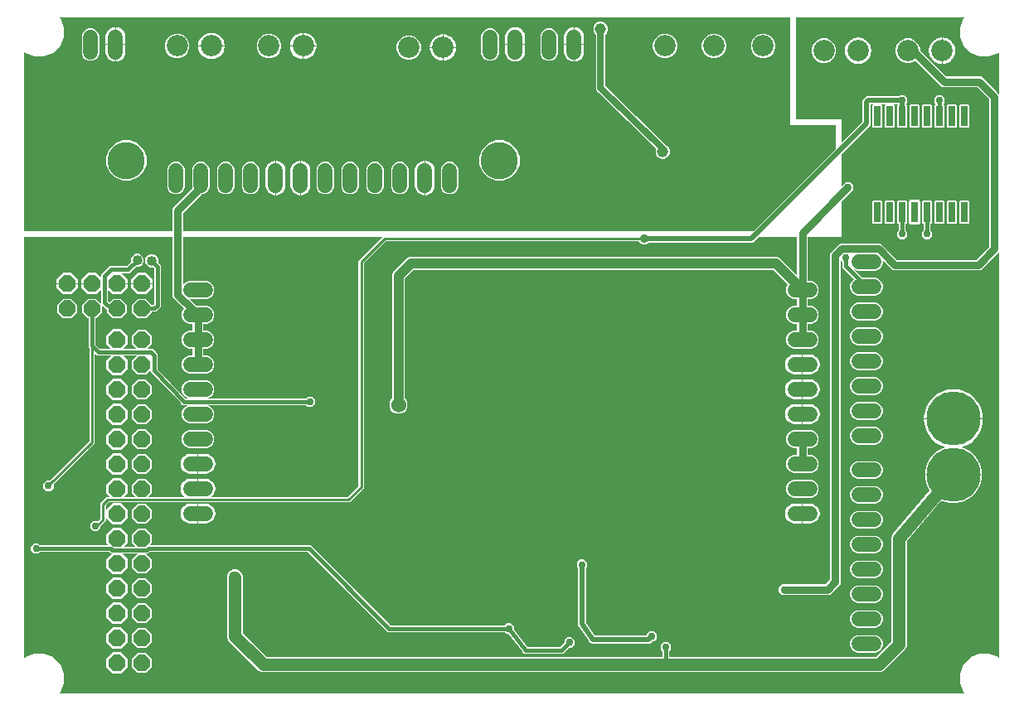
<source format=gbr>
G04 EAGLE Gerber RS-274X export*
G75*
%MOMM*%
%FSLAX34Y34*%
%LPD*%
%AMOC8*
5,1,8,0,0,1.08239X$1,22.5*%
G01*
%ADD10C,2.184400*%
%ADD11C,1.508000*%
%ADD12C,1.524000*%
%ADD13C,3.810000*%
%ADD14P,1.814519X8X22.500000*%
%ADD15P,1.814519X8X292.500000*%
%ADD16R,0.660400X2.032000*%
%ADD17C,5.516000*%
%ADD18C,0.756400*%
%ADD19C,0.787400*%
%ADD20C,0.914400*%
%ADD21C,0.762000*%
%ADD22C,0.381000*%
%ADD23C,1.524000*%
%ADD24C,1.016000*%
%ADD25C,0.254000*%
%ADD26C,0.508000*%
%ADD27C,1.168400*%
%ADD28C,0.635000*%
%ADD29C,1.016000*%
%ADD30C,1.270000*%
%ADD31C,1.270000*%

G36*
X969940Y10174D02*
X969940Y10174D01*
X969941Y10173D01*
X969985Y10193D01*
X970030Y10212D01*
X970030Y10213D01*
X970031Y10213D01*
X970048Y10258D01*
X970065Y10304D01*
X970065Y10305D01*
X970065Y10306D01*
X970028Y10389D01*
X969270Y11148D01*
X965439Y20395D01*
X965439Y30405D01*
X969270Y39652D01*
X976348Y46730D01*
X985595Y50561D01*
X995605Y50561D01*
X1004852Y46730D01*
X1005624Y45959D01*
X1005625Y45958D01*
X1005625Y45957D01*
X1005670Y45940D01*
X1005715Y45922D01*
X1005716Y45922D01*
X1005717Y45922D01*
X1005762Y45943D01*
X1005805Y45962D01*
X1005805Y45963D01*
X1005806Y45963D01*
X1005839Y46048D01*
X1005839Y461415D01*
X1005839Y461416D01*
X1005839Y461417D01*
X1005820Y461461D01*
X1005801Y461506D01*
X1005800Y461506D01*
X1005799Y461507D01*
X1005754Y461524D01*
X1005709Y461541D01*
X1005708Y461541D01*
X1005707Y461541D01*
X1005624Y461504D01*
X986460Y442340D01*
X896662Y442340D01*
X886770Y452232D01*
X886769Y452232D01*
X886769Y452233D01*
X886723Y452251D01*
X886679Y452269D01*
X886678Y452268D01*
X886677Y452269D01*
X886633Y452248D01*
X886589Y452229D01*
X886589Y452228D01*
X886588Y452228D01*
X886555Y452143D01*
X886555Y449047D01*
X885175Y445715D01*
X882625Y443165D01*
X879293Y441785D01*
X860607Y441785D01*
X857537Y443057D01*
X857511Y443057D01*
X857487Y443066D01*
X857464Y443056D01*
X857438Y443056D01*
X857420Y443037D01*
X857397Y443027D01*
X857388Y443003D01*
X857371Y442985D01*
X857372Y442959D01*
X857363Y442934D01*
X857374Y442909D01*
X857374Y442886D01*
X857390Y442871D01*
X857399Y442851D01*
X865699Y434552D01*
X865702Y434550D01*
X865703Y434548D01*
X865788Y434515D01*
X879293Y434515D01*
X882625Y433135D01*
X885175Y430585D01*
X886555Y427253D01*
X886555Y423647D01*
X885175Y420315D01*
X882625Y417765D01*
X879293Y416385D01*
X860607Y416385D01*
X857275Y417765D01*
X854725Y420315D01*
X853345Y423647D01*
X853345Y427253D01*
X854725Y430585D01*
X857256Y433115D01*
X857257Y433117D01*
X857259Y433118D01*
X857275Y433163D01*
X857293Y433207D01*
X857292Y433209D01*
X857293Y433211D01*
X857256Y433294D01*
X845234Y445316D01*
X845234Y450836D01*
X845233Y450839D01*
X845234Y450842D01*
X845197Y450926D01*
X843750Y452373D01*
X843749Y452373D01*
X843749Y452374D01*
X843703Y452392D01*
X843659Y452409D01*
X843658Y452409D01*
X843657Y452409D01*
X843612Y452389D01*
X843569Y452370D01*
X843569Y452369D01*
X843568Y452368D01*
X843535Y452283D01*
X843535Y121615D01*
X832472Y110553D01*
X783669Y110553D01*
X780544Y113678D01*
X780544Y118097D01*
X783669Y121222D01*
X828000Y121222D01*
X828003Y121224D01*
X828007Y121222D01*
X828090Y121259D01*
X832828Y125998D01*
X832830Y126001D01*
X832832Y126002D01*
X832865Y126087D01*
X832865Y459602D01*
X836027Y462764D01*
X842678Y469415D01*
X884677Y469415D01*
X901044Y453047D01*
X901047Y453045D01*
X901049Y453043D01*
X901134Y453010D01*
X981988Y453010D01*
X981991Y453011D01*
X981994Y453010D01*
X982077Y453047D01*
X995388Y466358D01*
X995390Y466361D01*
X995392Y466362D01*
X995425Y466447D01*
X995425Y617278D01*
X995424Y617281D01*
X995425Y617284D01*
X995388Y617367D01*
X983127Y629628D01*
X983124Y629630D01*
X983123Y629632D01*
X983038Y629665D01*
X947115Y629665D01*
X920043Y656737D01*
X920041Y656738D01*
X920040Y656740D01*
X919996Y656757D01*
X919952Y656774D01*
X919950Y656773D01*
X919948Y656774D01*
X919865Y656737D01*
X919325Y656198D01*
X914751Y654303D01*
X909799Y654303D01*
X905225Y656198D01*
X901723Y659700D01*
X899828Y664274D01*
X899828Y669226D01*
X901723Y673800D01*
X905225Y677302D01*
X909799Y679197D01*
X914751Y679197D01*
X919325Y677302D01*
X922827Y673800D01*
X924722Y669226D01*
X924722Y667200D01*
X924723Y667197D01*
X924722Y667194D01*
X924759Y667111D01*
X951498Y640372D01*
X951501Y640370D01*
X951502Y640368D01*
X951587Y640335D01*
X987510Y640335D01*
X1002933Y624912D01*
X1005624Y622221D01*
X1005625Y622220D01*
X1005625Y622219D01*
X1005671Y622202D01*
X1005715Y622184D01*
X1005716Y622184D01*
X1005717Y622184D01*
X1005761Y622204D01*
X1005805Y622224D01*
X1005805Y622225D01*
X1005806Y622225D01*
X1005839Y622310D01*
X1005839Y665152D01*
X1005839Y665153D01*
X1005839Y665154D01*
X1005820Y665197D01*
X1005801Y665243D01*
X1005800Y665243D01*
X1005799Y665244D01*
X1005754Y665261D01*
X1005709Y665278D01*
X1005708Y665278D01*
X1005707Y665278D01*
X1005624Y665241D01*
X1004852Y664470D01*
X995605Y660639D01*
X985595Y660639D01*
X976348Y664470D01*
X969270Y671548D01*
X965439Y680795D01*
X965439Y690805D01*
X969270Y700052D01*
X970041Y700824D01*
X970042Y700825D01*
X970043Y700825D01*
X970060Y700870D01*
X970078Y700915D01*
X970078Y700916D01*
X970078Y700917D01*
X970057Y700962D01*
X970038Y701005D01*
X970037Y701005D01*
X970037Y701006D01*
X969952Y701039D01*
X798513Y701039D01*
X798511Y701038D01*
X798508Y701039D01*
X798465Y701019D01*
X798422Y701001D01*
X798421Y700999D01*
X798419Y700998D01*
X798386Y700913D01*
X798386Y596900D01*
X798387Y596898D01*
X798386Y596896D01*
X798406Y596853D01*
X798425Y596809D01*
X798427Y596809D01*
X798428Y596807D01*
X798513Y596774D01*
X844424Y596774D01*
X844424Y572664D01*
X844424Y572663D01*
X844424Y572662D01*
X844443Y572619D01*
X844462Y572574D01*
X844463Y572573D01*
X844464Y572572D01*
X844509Y572556D01*
X844554Y572538D01*
X844555Y572539D01*
X844556Y572538D01*
X844639Y572575D01*
X865848Y593784D01*
X865850Y593787D01*
X865852Y593789D01*
X865885Y593873D01*
X865885Y616046D01*
X869854Y620015D01*
X902970Y620015D01*
X902973Y620016D01*
X902976Y620015D01*
X903059Y620052D01*
X904264Y621257D01*
X908661Y621257D01*
X911769Y618148D01*
X911769Y613752D01*
X910564Y612547D01*
X910563Y612544D01*
X910560Y612543D01*
X910527Y612458D01*
X910527Y611490D01*
X910529Y611487D01*
X910527Y611484D01*
X910564Y611401D01*
X911289Y610676D01*
X911289Y589093D01*
X910396Y588200D01*
X902529Y588200D01*
X901636Y589093D01*
X901636Y610676D01*
X902361Y611401D01*
X902362Y611404D01*
X902365Y611405D01*
X902398Y611490D01*
X902398Y611759D01*
X902397Y611761D01*
X902398Y611763D01*
X902378Y611806D01*
X902359Y611850D01*
X902357Y611850D01*
X902356Y611852D01*
X902272Y611885D01*
X874141Y611885D01*
X874139Y611884D01*
X874137Y611885D01*
X874094Y611865D01*
X874050Y611847D01*
X874050Y611845D01*
X874048Y611844D01*
X874015Y611759D01*
X874015Y590454D01*
X844461Y560900D01*
X844460Y560897D01*
X844457Y560895D01*
X844424Y560811D01*
X844424Y528423D01*
X844424Y528422D01*
X844424Y528421D01*
X844443Y528377D01*
X844462Y528332D01*
X844463Y528332D01*
X844464Y528331D01*
X844509Y528314D01*
X844554Y528297D01*
X844555Y528297D01*
X844556Y528297D01*
X844639Y528334D01*
X848690Y532385D01*
X853110Y532385D01*
X856235Y529260D01*
X856235Y524840D01*
X844461Y513066D01*
X844460Y513063D01*
X844457Y513062D01*
X844424Y512977D01*
X844424Y476376D01*
X810006Y476376D01*
X810004Y476375D01*
X810002Y476376D01*
X809959Y476356D01*
X809915Y476338D01*
X809915Y476336D01*
X809913Y476335D01*
X809880Y476250D01*
X809880Y431546D01*
X809881Y431544D01*
X809880Y431542D01*
X809900Y431499D01*
X809918Y431455D01*
X809920Y431455D01*
X809921Y431453D01*
X810006Y431420D01*
X813984Y431420D01*
X817345Y430028D01*
X819918Y427455D01*
X821310Y424094D01*
X821310Y420456D01*
X819918Y417095D01*
X817345Y414522D01*
X813984Y413130D01*
X810006Y413130D01*
X810004Y413129D01*
X810002Y413130D01*
X809959Y413110D01*
X809915Y413092D01*
X809915Y413090D01*
X809913Y413089D01*
X809880Y413004D01*
X809880Y406146D01*
X809881Y406144D01*
X809880Y406142D01*
X809900Y406099D01*
X809918Y406055D01*
X809920Y406055D01*
X809921Y406053D01*
X810006Y406020D01*
X813984Y406020D01*
X817345Y404628D01*
X819918Y402055D01*
X821310Y398694D01*
X821310Y395056D01*
X819918Y391695D01*
X817345Y389122D01*
X813984Y387730D01*
X810006Y387730D01*
X810004Y387729D01*
X810002Y387730D01*
X809959Y387710D01*
X809915Y387692D01*
X809915Y387690D01*
X809913Y387689D01*
X809880Y387604D01*
X809880Y380746D01*
X809881Y380744D01*
X809880Y380742D01*
X809900Y380699D01*
X809918Y380655D01*
X809920Y380655D01*
X809921Y380653D01*
X810006Y380620D01*
X813984Y380620D01*
X817345Y379228D01*
X819918Y376655D01*
X821310Y373294D01*
X821310Y369656D01*
X819918Y366295D01*
X817345Y363722D01*
X813984Y362330D01*
X795106Y362330D01*
X791745Y363722D01*
X789172Y366295D01*
X787780Y369656D01*
X787780Y373294D01*
X789172Y376655D01*
X791745Y379228D01*
X795106Y380620D01*
X799084Y380620D01*
X799086Y380621D01*
X799088Y380620D01*
X799131Y380640D01*
X799175Y380658D01*
X799175Y380660D01*
X799177Y380661D01*
X799210Y380746D01*
X799210Y387604D01*
X799209Y387606D01*
X799210Y387608D01*
X799191Y387650D01*
X799172Y387695D01*
X799170Y387695D01*
X799169Y387697D01*
X799084Y387730D01*
X795106Y387730D01*
X791745Y389122D01*
X789172Y391695D01*
X787780Y395056D01*
X787780Y398694D01*
X789172Y402055D01*
X791745Y404628D01*
X795106Y406020D01*
X799084Y406020D01*
X799086Y406021D01*
X799088Y406020D01*
X799131Y406040D01*
X799175Y406058D01*
X799175Y406060D01*
X799177Y406061D01*
X799210Y406146D01*
X799210Y413004D01*
X799209Y413006D01*
X799210Y413008D01*
X799191Y413050D01*
X799172Y413095D01*
X799170Y413095D01*
X799169Y413097D01*
X799084Y413130D01*
X795106Y413130D01*
X791745Y414522D01*
X789172Y417095D01*
X787780Y420456D01*
X787780Y424094D01*
X789172Y427455D01*
X789509Y427792D01*
X789510Y427794D01*
X789512Y427795D01*
X789528Y427839D01*
X789546Y427883D01*
X789545Y427885D01*
X789546Y427887D01*
X789509Y427970D01*
X774859Y442621D01*
X774856Y442622D01*
X774854Y442625D01*
X774769Y442658D01*
X407601Y442658D01*
X407598Y442656D01*
X407595Y442658D01*
X407511Y442621D01*
X398754Y433864D01*
X398753Y433861D01*
X398750Y433859D01*
X398717Y433774D01*
X398717Y311180D01*
X398719Y311177D01*
X398717Y311174D01*
X398754Y311091D01*
X399865Y309980D01*
X401257Y306619D01*
X401257Y302981D01*
X399865Y299620D01*
X397293Y297047D01*
X393932Y295655D01*
X390293Y295655D01*
X386932Y297047D01*
X384360Y299620D01*
X382968Y302981D01*
X382968Y306619D01*
X384360Y309980D01*
X385471Y311091D01*
X385472Y311094D01*
X385475Y311095D01*
X385508Y311180D01*
X385508Y437876D01*
X386513Y440304D01*
X401071Y454862D01*
X403499Y455867D01*
X778871Y455867D01*
X781299Y454862D01*
X798995Y437166D01*
X798996Y437165D01*
X798996Y437164D01*
X799042Y437147D01*
X799086Y437129D01*
X799087Y437129D01*
X799088Y437129D01*
X799132Y437149D01*
X799176Y437169D01*
X799176Y437170D01*
X799177Y437170D01*
X799210Y437255D01*
X799210Y476250D01*
X799209Y476252D01*
X799210Y476254D01*
X799190Y476297D01*
X799172Y476341D01*
X799170Y476341D01*
X799169Y476343D01*
X799084Y476376D01*
X759989Y476376D01*
X759986Y476375D01*
X759983Y476376D01*
X759900Y476339D01*
X754159Y470598D01*
X647547Y470598D01*
X647544Y470596D01*
X647541Y470598D01*
X647458Y470561D01*
X646391Y469494D01*
X644150Y468566D01*
X641725Y468566D01*
X639484Y469494D01*
X637769Y471209D01*
X637528Y471790D01*
X637508Y471810D01*
X637497Y471835D01*
X637473Y471844D01*
X637458Y471859D01*
X637436Y471858D01*
X637412Y471868D01*
X379035Y471868D01*
X379032Y471866D01*
X379029Y471868D01*
X378946Y471831D01*
X356844Y449729D01*
X356843Y449726D01*
X356840Y449725D01*
X356807Y449640D01*
X356807Y219505D01*
X342407Y205104D01*
X98988Y205104D01*
X98962Y205131D01*
X98959Y205132D01*
X98957Y205135D01*
X98872Y205168D01*
X96460Y205168D01*
X96457Y205166D01*
X96454Y205168D01*
X96371Y205131D01*
X93319Y202079D01*
X93318Y202076D01*
X93315Y202075D01*
X93282Y201990D01*
X93282Y186167D01*
X87894Y180779D01*
X87892Y180776D01*
X87890Y180774D01*
X87857Y180690D01*
X87857Y178777D01*
X84748Y175668D01*
X80352Y175668D01*
X77243Y178777D01*
X77243Y183173D01*
X80352Y186282D01*
X84748Y186282D01*
X85031Y185999D01*
X85033Y185998D01*
X85034Y185996D01*
X85078Y185980D01*
X85122Y185962D01*
X85124Y185963D01*
X85126Y185962D01*
X85209Y185999D01*
X87656Y188446D01*
X87657Y188449D01*
X87660Y188450D01*
X87693Y188535D01*
X87693Y204358D01*
X94092Y210757D01*
X97341Y210757D01*
X97342Y210758D01*
X97343Y210757D01*
X97387Y210777D01*
X97432Y210796D01*
X97432Y210797D01*
X97433Y210797D01*
X97450Y210842D01*
X97467Y210888D01*
X97467Y210889D01*
X97467Y210890D01*
X97430Y210973D01*
X93852Y214551D01*
X93852Y218822D01*
X104648Y218822D01*
X104650Y218823D01*
X104652Y218822D01*
X104695Y218842D01*
X104739Y218860D01*
X104739Y218862D01*
X104741Y218863D01*
X104774Y218948D01*
X104774Y219076D01*
X104776Y219076D01*
X104776Y218948D01*
X104777Y218946D01*
X104776Y218944D01*
X104796Y218901D01*
X104814Y218857D01*
X104816Y218857D01*
X104817Y218855D01*
X104902Y218822D01*
X115698Y218822D01*
X115698Y214551D01*
X112056Y210909D01*
X112056Y210908D01*
X112055Y210908D01*
X112037Y210862D01*
X112019Y210818D01*
X112020Y210817D01*
X112019Y210816D01*
X112040Y210772D01*
X112059Y210728D01*
X112060Y210728D01*
X112061Y210727D01*
X112146Y210694D01*
X124241Y210694D01*
X124242Y210694D01*
X124243Y210694D01*
X124287Y210713D01*
X124332Y210732D01*
X124332Y210733D01*
X124333Y210734D01*
X124350Y210779D01*
X124367Y210824D01*
X124367Y210825D01*
X124367Y210826D01*
X124331Y210909D01*
X120268Y214972D01*
X120268Y223178D01*
X126072Y228982D01*
X134278Y228982D01*
X140082Y223178D01*
X140082Y214972D01*
X136019Y210909D01*
X136019Y210908D01*
X136018Y210908D01*
X136000Y210862D01*
X135983Y210818D01*
X135983Y210817D01*
X135983Y210816D01*
X136003Y210772D01*
X136022Y210728D01*
X136023Y210728D01*
X136024Y210727D01*
X136109Y210694D01*
X173543Y210694D01*
X173556Y210699D01*
X173570Y210697D01*
X173600Y210718D01*
X173634Y210732D01*
X173639Y210745D01*
X173651Y210753D01*
X173656Y210790D01*
X173670Y210824D01*
X173664Y210837D01*
X173666Y210851D01*
X173641Y210886D01*
X173628Y210913D01*
X173619Y210917D01*
X173614Y210925D01*
X173228Y211183D01*
X171813Y212598D01*
X170701Y214262D01*
X169935Y216111D01*
X169544Y218074D01*
X169544Y218822D01*
X187198Y218822D01*
X187200Y218823D01*
X187202Y218822D01*
X187245Y218842D01*
X187289Y218860D01*
X187289Y218862D01*
X187291Y218863D01*
X187324Y218948D01*
X187324Y219076D01*
X187326Y219076D01*
X187326Y218948D01*
X187327Y218946D01*
X187326Y218944D01*
X187346Y218901D01*
X187364Y218857D01*
X187366Y218857D01*
X187367Y218855D01*
X187452Y218822D01*
X205106Y218822D01*
X205106Y218074D01*
X204715Y216111D01*
X203949Y214262D01*
X202837Y212598D01*
X201422Y211183D01*
X201036Y210925D01*
X201029Y210913D01*
X201016Y210908D01*
X201003Y210873D01*
X200982Y210843D01*
X200985Y210829D01*
X200980Y210816D01*
X200996Y210782D01*
X201004Y210747D01*
X201016Y210739D01*
X201022Y210727D01*
X201062Y210711D01*
X201088Y210695D01*
X201097Y210697D01*
X201107Y210694D01*
X340039Y210694D01*
X340042Y210695D01*
X340045Y210694D01*
X340128Y210731D01*
X351181Y221783D01*
X351182Y221786D01*
X351185Y221788D01*
X351218Y221872D01*
X351218Y452008D01*
X375371Y476161D01*
X375371Y476162D01*
X375372Y476162D01*
X375390Y476208D01*
X375408Y476252D01*
X375407Y476253D01*
X375408Y476254D01*
X375387Y476298D01*
X375368Y476342D01*
X375367Y476342D01*
X375367Y476343D01*
X375282Y476376D01*
X172212Y476376D01*
X172210Y476375D01*
X172208Y476376D01*
X172165Y476356D01*
X172121Y476338D01*
X172121Y476336D01*
X172119Y476335D01*
X172086Y476250D01*
X172086Y427893D01*
X172086Y427892D01*
X172086Y427891D01*
X172105Y427847D01*
X172124Y427802D01*
X172125Y427802D01*
X172126Y427801D01*
X172171Y427784D01*
X172216Y427767D01*
X172217Y427767D01*
X172218Y427767D01*
X172301Y427804D01*
X174525Y430028D01*
X177886Y431420D01*
X196764Y431420D01*
X200125Y430028D01*
X202698Y427455D01*
X204090Y424094D01*
X204090Y420456D01*
X202698Y417095D01*
X200125Y414522D01*
X196764Y413130D01*
X178919Y413130D01*
X178918Y413130D01*
X178917Y413130D01*
X178873Y413111D01*
X178828Y413092D01*
X178828Y413091D01*
X178827Y413090D01*
X178810Y413045D01*
X178793Y413000D01*
X178793Y412999D01*
X178793Y412998D01*
X178830Y412915D01*
X180251Y411494D01*
X185688Y406057D01*
X185691Y406055D01*
X185692Y406053D01*
X185777Y406020D01*
X196764Y406020D01*
X200125Y404628D01*
X202698Y402055D01*
X204090Y398694D01*
X204090Y395056D01*
X202698Y391695D01*
X200125Y389122D01*
X196764Y387730D01*
X192786Y387730D01*
X192784Y387729D01*
X192782Y387730D01*
X192739Y387710D01*
X192695Y387692D01*
X192695Y387690D01*
X192693Y387689D01*
X192660Y387604D01*
X192660Y380746D01*
X192661Y380744D01*
X192660Y380742D01*
X192680Y380699D01*
X192698Y380655D01*
X192700Y380655D01*
X192701Y380653D01*
X192786Y380620D01*
X196764Y380620D01*
X200125Y379228D01*
X202698Y376655D01*
X204090Y373294D01*
X204090Y369656D01*
X202698Y366295D01*
X200125Y363722D01*
X196764Y362330D01*
X192786Y362330D01*
X192784Y362329D01*
X192782Y362330D01*
X192739Y362310D01*
X192695Y362292D01*
X192695Y362290D01*
X192693Y362289D01*
X192660Y362204D01*
X192660Y355346D01*
X192661Y355344D01*
X192660Y355342D01*
X192680Y355299D01*
X192698Y355255D01*
X192700Y355255D01*
X192701Y355253D01*
X192786Y355220D01*
X196764Y355220D01*
X200125Y353828D01*
X202698Y351255D01*
X204090Y347894D01*
X204090Y344256D01*
X202698Y340895D01*
X200125Y338322D01*
X196764Y336930D01*
X177886Y336930D01*
X174525Y338322D01*
X171952Y340895D01*
X170560Y344256D01*
X170560Y347894D01*
X171952Y351255D01*
X174525Y353828D01*
X177886Y355220D01*
X181864Y355220D01*
X181866Y355221D01*
X181868Y355220D01*
X181911Y355240D01*
X181955Y355258D01*
X181955Y355260D01*
X181957Y355261D01*
X181990Y355346D01*
X181990Y362204D01*
X181989Y362206D01*
X181990Y362208D01*
X181971Y362250D01*
X181952Y362295D01*
X181950Y362295D01*
X181949Y362297D01*
X181864Y362330D01*
X177886Y362330D01*
X174525Y363722D01*
X171952Y366295D01*
X170560Y369656D01*
X170560Y373294D01*
X171952Y376655D01*
X174525Y379228D01*
X177886Y380620D01*
X181864Y380620D01*
X181866Y380621D01*
X181868Y380620D01*
X181911Y380640D01*
X181955Y380658D01*
X181955Y380660D01*
X181957Y380661D01*
X181990Y380746D01*
X181990Y387604D01*
X181989Y387606D01*
X181990Y387608D01*
X181971Y387650D01*
X181952Y387695D01*
X181950Y387695D01*
X181949Y387697D01*
X181864Y387730D01*
X177886Y387730D01*
X174525Y389122D01*
X171952Y391695D01*
X170560Y395056D01*
X170560Y398694D01*
X171952Y402055D01*
X173187Y403290D01*
X173188Y403292D01*
X173190Y403293D01*
X173206Y403337D01*
X173224Y403381D01*
X173223Y403383D01*
X173224Y403385D01*
X173187Y403468D01*
X172706Y403949D01*
X172703Y403951D01*
X172702Y403953D01*
X172617Y403986D01*
X172130Y403986D01*
X161416Y414700D01*
X161416Y476250D01*
X161415Y476252D01*
X161416Y476254D01*
X161396Y476297D01*
X161378Y476341D01*
X161376Y476341D01*
X161375Y476343D01*
X161290Y476376D01*
X10287Y476376D01*
X10285Y476375D01*
X10283Y476376D01*
X10240Y476356D01*
X10196Y476338D01*
X10196Y476336D01*
X10194Y476335D01*
X10161Y476250D01*
X10161Y46048D01*
X10161Y46047D01*
X10161Y46046D01*
X10180Y46002D01*
X10199Y45957D01*
X10200Y45957D01*
X10201Y45956D01*
X10246Y45939D01*
X10291Y45922D01*
X10292Y45922D01*
X10293Y45922D01*
X10376Y45959D01*
X11148Y46730D01*
X20395Y50561D01*
X30405Y50561D01*
X39652Y46730D01*
X46730Y39652D01*
X50561Y30405D01*
X50561Y20395D01*
X46730Y11148D01*
X45972Y10389D01*
X45971Y10388D01*
X45970Y10388D01*
X45953Y10342D01*
X45935Y10298D01*
X45935Y10297D01*
X45935Y10296D01*
X45955Y10251D01*
X45974Y10208D01*
X45975Y10207D01*
X45976Y10206D01*
X46061Y10173D01*
X969939Y10173D01*
X969940Y10174D01*
G37*
G36*
X161292Y482475D02*
X161292Y482475D01*
X161294Y482474D01*
X161337Y482494D01*
X161381Y482512D01*
X161381Y482514D01*
X161383Y482515D01*
X161416Y482600D01*
X161416Y505511D01*
X181874Y525969D01*
X181885Y525995D01*
X181904Y526015D01*
X181903Y526040D01*
X181911Y526060D01*
X181902Y526080D01*
X181902Y526106D01*
X181435Y527232D01*
X181435Y545918D01*
X182815Y549250D01*
X185365Y551800D01*
X188697Y553180D01*
X192303Y553180D01*
X195635Y551800D01*
X198185Y549250D01*
X199565Y545918D01*
X199565Y527232D01*
X198185Y523900D01*
X195635Y521350D01*
X192303Y519970D01*
X191017Y519970D01*
X191014Y519969D01*
X191011Y519970D01*
X190928Y519933D01*
X172123Y501128D01*
X172121Y501125D01*
X172119Y501124D01*
X172086Y501039D01*
X172086Y482600D01*
X172087Y482598D01*
X172086Y482596D01*
X172106Y482553D01*
X172124Y482509D01*
X172126Y482509D01*
X172127Y482507D01*
X172212Y482474D01*
X754486Y482474D01*
X754489Y482475D01*
X754492Y482474D01*
X754575Y482511D01*
X838289Y566225D01*
X838291Y566228D01*
X838293Y566230D01*
X838326Y566314D01*
X838326Y590550D01*
X838325Y590552D01*
X838326Y590554D01*
X838306Y590597D01*
X838288Y590641D01*
X838286Y590641D01*
X838285Y590643D01*
X838200Y590676D01*
X792289Y590676D01*
X792289Y700913D01*
X792288Y700915D01*
X792289Y700917D01*
X792269Y700960D01*
X792250Y701004D01*
X792248Y701004D01*
X792247Y701006D01*
X792163Y701039D01*
X46048Y701039D01*
X46047Y701039D01*
X46046Y701039D01*
X46002Y701020D01*
X45957Y701001D01*
X45957Y701000D01*
X45956Y700999D01*
X45939Y700954D01*
X45922Y700909D01*
X45922Y700908D01*
X45922Y700907D01*
X45959Y700824D01*
X46730Y700052D01*
X50561Y690805D01*
X50561Y680795D01*
X46730Y671548D01*
X39652Y664470D01*
X30405Y660639D01*
X20395Y660639D01*
X11148Y664470D01*
X10376Y665241D01*
X10375Y665242D01*
X10375Y665243D01*
X10330Y665260D01*
X10285Y665278D01*
X10284Y665278D01*
X10283Y665278D01*
X10238Y665257D01*
X10195Y665238D01*
X10195Y665237D01*
X10194Y665237D01*
X10161Y665152D01*
X10161Y482600D01*
X10162Y482598D01*
X10161Y482596D01*
X10181Y482553D01*
X10199Y482509D01*
X10201Y482509D01*
X10202Y482507D01*
X10287Y482474D01*
X161290Y482474D01*
X161292Y482475D01*
G37*
%LPC*%
G36*
X337901Y31495D02*
X337901Y31495D01*
X337852Y31516D01*
X337829Y31515D01*
X337804Y31525D01*
X252721Y31525D01*
X249827Y32724D01*
X218462Y64089D01*
X217263Y66984D01*
X217263Y130154D01*
X218462Y133048D01*
X220677Y135263D01*
X223571Y136462D01*
X226704Y136462D01*
X229598Y135263D01*
X231813Y133048D01*
X233012Y130154D01*
X233012Y71864D01*
X233014Y71861D01*
X233012Y71858D01*
X233049Y71775D01*
X257512Y47312D01*
X257515Y47310D01*
X257517Y47308D01*
X257602Y47275D01*
X341004Y47275D01*
X341053Y47254D01*
X341076Y47255D01*
X341101Y47245D01*
X661607Y47245D01*
X661609Y47246D01*
X661611Y47245D01*
X661654Y47265D01*
X661697Y47283D01*
X661698Y47285D01*
X661700Y47286D01*
X661733Y47371D01*
X661733Y53023D01*
X661731Y53026D01*
X661733Y53029D01*
X661696Y53112D01*
X659856Y54952D01*
X659856Y59348D01*
X662964Y62457D01*
X667361Y62457D01*
X670469Y59348D01*
X670469Y54952D01*
X668629Y53112D01*
X668628Y53109D01*
X668625Y53107D01*
X668592Y53023D01*
X668592Y47371D01*
X668593Y47369D01*
X668592Y47367D01*
X668612Y47324D01*
X668631Y47280D01*
X668633Y47280D01*
X668634Y47278D01*
X668718Y47245D01*
X879336Y47245D01*
X879339Y47246D01*
X879342Y47245D01*
X879425Y47282D01*
X895376Y63232D01*
X895377Y63235D01*
X895380Y63237D01*
X895413Y63322D01*
X895413Y167960D01*
X895411Y167964D01*
X895412Y167970D01*
X895314Y169217D01*
X895407Y169502D01*
X895405Y169521D01*
X895413Y169541D01*
X895413Y169841D01*
X895892Y170997D01*
X895891Y171002D01*
X895895Y171007D01*
X896281Y172196D01*
X896476Y172425D01*
X896482Y172443D01*
X896497Y172458D01*
X896612Y172736D01*
X897496Y173620D01*
X897498Y173625D01*
X897503Y173628D01*
X934567Y217045D01*
X934576Y217075D01*
X934594Y217100D01*
X934591Y217121D01*
X934596Y217139D01*
X934585Y217161D01*
X934580Y217190D01*
X931729Y222129D01*
X929745Y229531D01*
X929745Y237194D01*
X931729Y244596D01*
X935560Y251233D01*
X940979Y256652D01*
X947616Y260484D01*
X950545Y261269D01*
X950561Y261281D01*
X950581Y261285D01*
X950599Y261310D01*
X950623Y261329D01*
X950625Y261350D01*
X950637Y261367D01*
X950630Y261397D01*
X950633Y261427D01*
X950620Y261443D01*
X950616Y261463D01*
X950588Y261482D01*
X950570Y261503D01*
X950554Y261505D01*
X950541Y261514D01*
X950498Y261523D01*
X947305Y262641D01*
X944257Y264109D01*
X941393Y265908D01*
X938748Y268018D01*
X936355Y270410D01*
X934246Y273055D01*
X932446Y275920D01*
X930978Y278968D01*
X929861Y282161D01*
X929108Y285459D01*
X928729Y288821D01*
X928729Y290259D01*
X958723Y290259D01*
X958725Y290260D01*
X958727Y290259D01*
X958770Y290279D01*
X958814Y290298D01*
X958814Y290300D01*
X958816Y290301D01*
X958849Y290386D01*
X958849Y290513D01*
X958851Y290513D01*
X958851Y290386D01*
X958852Y290384D01*
X958851Y290381D01*
X958871Y290338D01*
X958889Y290295D01*
X958891Y290294D01*
X958892Y290292D01*
X958977Y290259D01*
X988971Y290259D01*
X988971Y288821D01*
X988592Y285459D01*
X987839Y282161D01*
X986722Y278968D01*
X985254Y275920D01*
X983454Y273055D01*
X981345Y270410D01*
X978952Y268018D01*
X976307Y265908D01*
X973443Y264109D01*
X970395Y262641D01*
X967202Y261523D01*
X967159Y261514D01*
X967143Y261502D01*
X967123Y261499D01*
X967104Y261474D01*
X967079Y261456D01*
X967077Y261436D01*
X967064Y261419D01*
X967070Y261389D01*
X967065Y261359D01*
X967078Y261343D01*
X967081Y261322D01*
X967109Y261302D01*
X967125Y261281D01*
X967142Y261278D01*
X967155Y261269D01*
X970084Y260484D01*
X976721Y256652D01*
X982140Y251233D01*
X985971Y244596D01*
X987955Y237194D01*
X987955Y229531D01*
X985971Y222129D01*
X982140Y215492D01*
X976721Y210073D01*
X970084Y206241D01*
X962682Y204258D01*
X955018Y204258D01*
X947616Y206241D01*
X946659Y206794D01*
X946619Y206799D01*
X946580Y206810D01*
X946571Y206805D01*
X946561Y206806D01*
X946538Y206787D01*
X946500Y206766D01*
X911192Y165406D01*
X911186Y165386D01*
X911162Y165324D01*
X911162Y58441D01*
X909963Y55547D01*
X887111Y32694D01*
X884216Y31495D01*
X337901Y31495D01*
G37*
%LPD*%
%LPC*%
G36*
X32550Y216766D02*
X32550Y216766D01*
X29441Y219875D01*
X29441Y224271D01*
X32550Y227380D01*
X36050Y227380D01*
X36053Y227381D01*
X36056Y227380D01*
X36139Y227417D01*
X76543Y267821D01*
X76545Y267824D01*
X76547Y267825D01*
X76580Y267910D01*
X76580Y363017D01*
X76579Y363020D01*
X76580Y363023D01*
X76543Y363106D01*
X75945Y363704D01*
X75945Y393192D01*
X75944Y393194D01*
X75945Y393196D01*
X75925Y393239D01*
X75907Y393283D01*
X75905Y393283D01*
X75904Y393285D01*
X75819Y393318D01*
X75272Y393318D01*
X69468Y399122D01*
X69468Y407328D01*
X75272Y413132D01*
X83478Y413132D01*
X88430Y408180D01*
X88431Y408180D01*
X88431Y408179D01*
X88477Y408161D01*
X88521Y408144D01*
X88522Y408144D01*
X88523Y408144D01*
X88567Y408164D01*
X88611Y408183D01*
X88611Y408184D01*
X88612Y408185D01*
X88645Y408270D01*
X88645Y422143D01*
X88645Y422144D01*
X88645Y422145D01*
X88626Y422189D01*
X88607Y422234D01*
X88606Y422235D01*
X88605Y422236D01*
X88560Y422252D01*
X88515Y422270D01*
X88514Y422269D01*
X88513Y422270D01*
X88430Y422233D01*
X83899Y417702D01*
X79628Y417702D01*
X79628Y428498D01*
X79627Y428500D01*
X79628Y428502D01*
X79608Y428545D01*
X79590Y428589D01*
X79588Y428589D01*
X79587Y428591D01*
X79502Y428624D01*
X79374Y428624D01*
X79374Y428626D01*
X79502Y428626D01*
X79504Y428627D01*
X79506Y428626D01*
X79549Y428646D01*
X79593Y428664D01*
X79593Y428666D01*
X79595Y428667D01*
X79628Y428752D01*
X79628Y439548D01*
X83899Y439548D01*
X88430Y435017D01*
X88431Y435017D01*
X88431Y435016D01*
X88477Y434998D01*
X88521Y434980D01*
X88522Y434981D01*
X88523Y434980D01*
X88567Y435001D01*
X88611Y435020D01*
X88611Y435021D01*
X88612Y435022D01*
X88645Y435107D01*
X88645Y437983D01*
X97004Y446342D01*
X114415Y446342D01*
X114418Y446344D01*
X114421Y446342D01*
X114504Y446379D01*
X118877Y450753D01*
X118888Y450779D01*
X118907Y450799D01*
X118906Y450824D01*
X118914Y450844D01*
X118905Y450864D01*
X118905Y450890D01*
X118808Y451124D01*
X118808Y453751D01*
X119813Y456179D01*
X121671Y458037D01*
X124099Y459042D01*
X126726Y459042D01*
X129154Y458037D01*
X131012Y456179D01*
X132017Y453751D01*
X132017Y451124D01*
X131012Y448696D01*
X129154Y446838D01*
X126726Y445833D01*
X124099Y445833D01*
X123865Y445930D01*
X123837Y445929D01*
X123811Y445939D01*
X123788Y445929D01*
X123767Y445929D01*
X123751Y445913D01*
X123728Y445902D01*
X117308Y439483D01*
X109669Y439483D01*
X109668Y439482D01*
X109667Y439483D01*
X109623Y439463D01*
X109578Y439444D01*
X109578Y439443D01*
X109577Y439443D01*
X109560Y439398D01*
X109543Y439352D01*
X109543Y439351D01*
X109543Y439350D01*
X109580Y439267D01*
X115698Y433149D01*
X115698Y428878D01*
X104902Y428878D01*
X104900Y428877D01*
X104898Y428878D01*
X104855Y428858D01*
X104811Y428840D01*
X104811Y428838D01*
X104809Y428837D01*
X104776Y428752D01*
X104776Y428624D01*
X104648Y428624D01*
X104646Y428623D01*
X104644Y428624D01*
X104601Y428604D01*
X104557Y428586D01*
X104557Y428584D01*
X104555Y428583D01*
X104522Y428498D01*
X104522Y417702D01*
X100251Y417702D01*
X95720Y422233D01*
X95719Y422233D01*
X95719Y422234D01*
X95673Y422252D01*
X95629Y422270D01*
X95628Y422269D01*
X95627Y422270D01*
X95583Y422249D01*
X95539Y422230D01*
X95539Y422229D01*
X95538Y422228D01*
X95505Y422143D01*
X95505Y411048D01*
X95506Y411045D01*
X95505Y411042D01*
X95542Y410959D01*
X96931Y409570D01*
X96933Y409569D01*
X96934Y409567D01*
X96978Y409550D01*
X97022Y409533D01*
X97024Y409533D01*
X97026Y409533D01*
X97109Y409570D01*
X100672Y413132D01*
X108878Y413132D01*
X114682Y407328D01*
X114682Y399122D01*
X108878Y393318D01*
X100672Y393318D01*
X94868Y399122D01*
X94868Y401879D01*
X94867Y401882D01*
X94868Y401885D01*
X94831Y401968D01*
X89497Y407302D01*
X89496Y407303D01*
X89496Y407304D01*
X89450Y407321D01*
X89406Y407339D01*
X89405Y407339D01*
X89404Y407339D01*
X89360Y407319D01*
X89316Y407299D01*
X89316Y407298D01*
X89315Y407298D01*
X89282Y407213D01*
X89282Y399122D01*
X83478Y393318D01*
X82931Y393318D01*
X82929Y393317D01*
X82927Y393318D01*
X82884Y393298D01*
X82840Y393280D01*
X82840Y393278D01*
X82838Y393277D01*
X82805Y393192D01*
X82805Y366598D01*
X82806Y366595D01*
X82805Y366592D01*
X82842Y366509D01*
X87109Y362242D01*
X87112Y362240D01*
X87113Y362238D01*
X87198Y362205D01*
X98293Y362205D01*
X98294Y362205D01*
X98295Y362205D01*
X98339Y362224D01*
X98384Y362243D01*
X98385Y362244D01*
X98386Y362245D01*
X98402Y362290D01*
X98420Y362335D01*
X98419Y362336D01*
X98420Y362337D01*
X98383Y362420D01*
X93852Y366951D01*
X93852Y371222D01*
X104648Y371222D01*
X104650Y371223D01*
X104652Y371222D01*
X104695Y371242D01*
X104739Y371260D01*
X104739Y371262D01*
X104741Y371263D01*
X104774Y371348D01*
X104774Y371476D01*
X104776Y371476D01*
X104776Y371348D01*
X104777Y371346D01*
X104776Y371344D01*
X104796Y371301D01*
X104814Y371257D01*
X104816Y371257D01*
X104817Y371255D01*
X104902Y371222D01*
X115698Y371222D01*
X115698Y366951D01*
X111167Y362420D01*
X111167Y362419D01*
X111166Y362419D01*
X111148Y362373D01*
X111130Y362329D01*
X111131Y362328D01*
X111130Y362327D01*
X111151Y362283D01*
X111170Y362239D01*
X111171Y362239D01*
X111172Y362238D01*
X111257Y362205D01*
X125130Y362205D01*
X125131Y362205D01*
X125132Y362205D01*
X125176Y362224D01*
X125221Y362243D01*
X125221Y362244D01*
X125222Y362245D01*
X125239Y362290D01*
X125256Y362335D01*
X125256Y362336D01*
X125256Y362337D01*
X125220Y362420D01*
X120268Y367372D01*
X120268Y375578D01*
X126072Y381382D01*
X134278Y381382D01*
X140082Y375578D01*
X140082Y367372D01*
X135130Y362420D01*
X135130Y362419D01*
X135129Y362419D01*
X135111Y362373D01*
X135094Y362329D01*
X135094Y362328D01*
X135094Y362327D01*
X135114Y362283D01*
X135133Y362239D01*
X135134Y362239D01*
X135135Y362238D01*
X135220Y362205D01*
X141121Y362205D01*
X143167Y360159D01*
X144259Y359067D01*
X146305Y357021D01*
X146305Y341145D01*
X146305Y341143D01*
X146305Y341142D01*
X146339Y341058D01*
X174473Y311444D01*
X174476Y311442D01*
X174478Y311439D01*
X174479Y311438D01*
X174553Y311409D01*
X174563Y311405D01*
X174564Y311405D01*
X177554Y311405D01*
X177578Y311415D01*
X177605Y311415D01*
X177622Y311433D01*
X177645Y311443D01*
X177654Y311468D01*
X177673Y311486D01*
X177672Y311512D01*
X177681Y311535D01*
X177670Y311559D01*
X177669Y311585D01*
X177649Y311604D01*
X177639Y311624D01*
X177636Y311626D01*
X177619Y311633D01*
X177603Y311648D01*
X174525Y312922D01*
X171952Y315495D01*
X170560Y318856D01*
X170560Y322494D01*
X171952Y325855D01*
X174525Y328428D01*
X177886Y329820D01*
X196764Y329820D01*
X200125Y328428D01*
X202698Y325855D01*
X204090Y322494D01*
X204090Y318856D01*
X202698Y315495D01*
X200125Y312922D01*
X197047Y311648D01*
X197029Y311629D01*
X197005Y311619D01*
X196996Y311595D01*
X196978Y311577D01*
X196979Y311551D01*
X196969Y311527D01*
X196980Y311504D01*
X196981Y311479D01*
X197000Y311461D01*
X197011Y311438D01*
X197036Y311428D01*
X197053Y311412D01*
X197075Y311413D01*
X197096Y311405D01*
X297498Y311405D01*
X297501Y311406D01*
X297504Y311405D01*
X297587Y311442D01*
X299427Y313282D01*
X303823Y313282D01*
X306932Y310173D01*
X306932Y305777D01*
X303823Y302668D01*
X299427Y302668D01*
X297587Y304508D01*
X297584Y304510D01*
X297582Y304512D01*
X297498Y304545D01*
X197096Y304545D01*
X197072Y304535D01*
X197045Y304535D01*
X197028Y304517D01*
X197005Y304507D01*
X196996Y304482D01*
X196977Y304464D01*
X196978Y304438D01*
X196969Y304415D01*
X196980Y304391D01*
X196981Y304365D01*
X197001Y304346D01*
X197011Y304326D01*
X197031Y304318D01*
X197047Y304302D01*
X200125Y303028D01*
X202698Y300455D01*
X204090Y297094D01*
X204090Y293456D01*
X202698Y290095D01*
X200125Y287522D01*
X196764Y286130D01*
X177886Y286130D01*
X174525Y287522D01*
X171952Y290095D01*
X170560Y293456D01*
X170560Y297094D01*
X171952Y300455D01*
X174525Y303028D01*
X177603Y304302D01*
X177621Y304321D01*
X177645Y304331D01*
X177654Y304355D01*
X177672Y304373D01*
X177671Y304399D01*
X177681Y304423D01*
X177670Y304446D01*
X177669Y304471D01*
X177650Y304489D01*
X177639Y304512D01*
X177614Y304522D01*
X177597Y304538D01*
X177575Y304537D01*
X177554Y304545D01*
X174457Y304545D01*
X174456Y304545D01*
X174454Y304545D01*
X174370Y304511D01*
X174370Y304510D01*
X172995Y304545D01*
X172994Y304545D01*
X172992Y304545D01*
X171617Y304545D01*
X171616Y304546D01*
X171615Y304546D01*
X171614Y304548D01*
X171530Y304583D01*
X171529Y304583D01*
X170583Y305579D01*
X170581Y305580D01*
X170581Y305582D01*
X169608Y306554D01*
X169608Y306555D01*
X169607Y306557D01*
X169608Y306558D01*
X169573Y306642D01*
X140420Y337330D01*
X140418Y337330D01*
X140418Y337332D01*
X139445Y338304D01*
X139445Y338305D01*
X139445Y338307D01*
X139445Y338308D01*
X139411Y338392D01*
X139410Y338393D01*
X139445Y339767D01*
X139445Y339768D01*
X139445Y339770D01*
X139445Y341030D01*
X139445Y341031D01*
X139445Y341032D01*
X139426Y341076D01*
X139407Y341121D01*
X139406Y341121D01*
X139405Y341122D01*
X139360Y341139D01*
X139315Y341156D01*
X139314Y341156D01*
X139313Y341156D01*
X139230Y341120D01*
X134278Y336168D01*
X126072Y336168D01*
X120268Y341972D01*
X120268Y350178D01*
X125220Y355130D01*
X125220Y355131D01*
X125221Y355131D01*
X125238Y355176D01*
X125256Y355221D01*
X125256Y355222D01*
X125256Y355223D01*
X125236Y355267D01*
X125217Y355311D01*
X125216Y355311D01*
X125215Y355312D01*
X125130Y355345D01*
X111257Y355345D01*
X111256Y355345D01*
X111255Y355345D01*
X111211Y355326D01*
X111166Y355307D01*
X111165Y355306D01*
X111164Y355305D01*
X111148Y355260D01*
X111130Y355215D01*
X111131Y355214D01*
X111130Y355213D01*
X111167Y355130D01*
X115698Y350599D01*
X115698Y346328D01*
X104902Y346328D01*
X104900Y346327D01*
X104898Y346328D01*
X104855Y346308D01*
X104811Y346290D01*
X104811Y346288D01*
X104809Y346287D01*
X104776Y346202D01*
X104776Y346074D01*
X104774Y346074D01*
X104774Y346202D01*
X104773Y346204D01*
X104774Y346206D01*
X104754Y346249D01*
X104736Y346293D01*
X104734Y346293D01*
X104733Y346295D01*
X104648Y346328D01*
X93852Y346328D01*
X93852Y350599D01*
X98383Y355130D01*
X98383Y355131D01*
X98384Y355131D01*
X98402Y355176D01*
X98420Y355221D01*
X98419Y355222D01*
X98420Y355223D01*
X98399Y355267D01*
X98380Y355311D01*
X98379Y355311D01*
X98378Y355312D01*
X98293Y355345D01*
X84304Y355345D01*
X82385Y357264D01*
X82384Y357265D01*
X82384Y357266D01*
X82338Y357283D01*
X82294Y357301D01*
X82293Y357301D01*
X82292Y357301D01*
X82248Y357281D01*
X82204Y357261D01*
X82204Y357260D01*
X82203Y357260D01*
X82170Y357175D01*
X82170Y265542D01*
X40092Y223464D01*
X40091Y223461D01*
X40088Y223460D01*
X40055Y223375D01*
X40055Y219875D01*
X36946Y216766D01*
X32550Y216766D01*
G37*
%LPD*%
%LPC*%
G36*
X522090Y50544D02*
X522090Y50544D01*
X522083Y50542D01*
X522075Y50545D01*
X520867Y50545D01*
X520732Y50680D01*
X520706Y50691D01*
X520658Y50716D01*
X520468Y50739D01*
X519722Y51689D01*
X519715Y51693D01*
X519712Y51700D01*
X518858Y52554D01*
X518858Y52745D01*
X518847Y52771D01*
X518831Y52823D01*
X504671Y70845D01*
X504661Y70850D01*
X504656Y70860D01*
X504611Y70878D01*
X504584Y70893D01*
X504578Y70891D01*
X504571Y70893D01*
X502627Y70893D01*
X500787Y72733D01*
X500784Y72735D01*
X500782Y72737D01*
X500698Y72770D01*
X381167Y72770D01*
X299568Y154369D01*
X299565Y154371D01*
X299563Y154373D01*
X299479Y154406D01*
X137912Y154406D01*
X137909Y154405D01*
X137906Y154406D01*
X137823Y154369D01*
X136488Y153034D01*
X110368Y153034D01*
X110367Y153034D01*
X110366Y153034D01*
X110322Y153015D01*
X110277Y152996D01*
X110276Y152995D01*
X110275Y152994D01*
X110259Y152949D01*
X110241Y152904D01*
X110242Y152903D01*
X110241Y152902D01*
X110278Y152819D01*
X115698Y147399D01*
X115698Y143128D01*
X104902Y143128D01*
X104900Y143127D01*
X104898Y143128D01*
X104855Y143108D01*
X104811Y143090D01*
X104811Y143088D01*
X104809Y143087D01*
X104776Y143002D01*
X104776Y142874D01*
X104774Y142874D01*
X104774Y143002D01*
X104773Y143004D01*
X104774Y143006D01*
X104754Y143049D01*
X104736Y143093D01*
X104734Y143093D01*
X104733Y143095D01*
X104648Y143128D01*
X93852Y143128D01*
X93852Y147399D01*
X99272Y152819D01*
X99272Y152820D01*
X99273Y152820D01*
X99291Y152866D01*
X99309Y152910D01*
X99308Y152911D01*
X99309Y152912D01*
X99288Y152956D01*
X99269Y153000D01*
X99268Y153000D01*
X99267Y153001D01*
X99182Y153034D01*
X98462Y153034D01*
X97127Y154369D01*
X97124Y154371D01*
X97123Y154373D01*
X97038Y154406D01*
X26352Y154406D01*
X26349Y154405D01*
X26346Y154406D01*
X26263Y154369D01*
X24423Y152529D01*
X20027Y152529D01*
X16918Y155638D01*
X16918Y160034D01*
X20027Y163143D01*
X24423Y163143D01*
X26263Y161303D01*
X26266Y161301D01*
X26268Y161299D01*
X26352Y161266D01*
X96032Y161266D01*
X96033Y161266D01*
X96034Y161266D01*
X96078Y161285D01*
X96123Y161304D01*
X96124Y161305D01*
X96125Y161306D01*
X96141Y161351D01*
X96159Y161396D01*
X96158Y161397D01*
X96159Y161398D01*
X96122Y161481D01*
X93852Y163751D01*
X93852Y168022D01*
X104648Y168022D01*
X104650Y168023D01*
X104652Y168022D01*
X104695Y168042D01*
X104739Y168060D01*
X104739Y168062D01*
X104741Y168063D01*
X104774Y168148D01*
X104774Y168276D01*
X104776Y168276D01*
X104776Y168148D01*
X104777Y168146D01*
X104776Y168144D01*
X104796Y168101D01*
X104814Y168057D01*
X104816Y168057D01*
X104817Y168055D01*
X104902Y168022D01*
X115698Y168022D01*
X115698Y163751D01*
X112056Y160109D01*
X112056Y160108D01*
X112055Y160108D01*
X112037Y160062D01*
X112019Y160018D01*
X112020Y160017D01*
X112019Y160016D01*
X112040Y159972D01*
X112059Y159928D01*
X112060Y159928D01*
X112061Y159927D01*
X112146Y159894D01*
X124241Y159894D01*
X124242Y159894D01*
X124243Y159894D01*
X124287Y159913D01*
X124332Y159932D01*
X124332Y159933D01*
X124333Y159934D01*
X124350Y159979D01*
X124367Y160024D01*
X124367Y160025D01*
X124367Y160026D01*
X124331Y160109D01*
X120268Y164172D01*
X120268Y172378D01*
X126072Y178182D01*
X134278Y178182D01*
X140082Y172378D01*
X140082Y164172D01*
X137391Y161481D01*
X137391Y161480D01*
X137390Y161480D01*
X137372Y161434D01*
X137355Y161390D01*
X137355Y161389D01*
X137355Y161388D01*
X137375Y161344D01*
X137394Y161300D01*
X137395Y161300D01*
X137396Y161299D01*
X137481Y161266D01*
X302372Y161266D01*
X383971Y79667D01*
X383974Y79665D01*
X383976Y79663D01*
X384060Y79630D01*
X500698Y79630D01*
X500701Y79631D01*
X500704Y79630D01*
X500787Y79667D01*
X502627Y81507D01*
X507023Y81507D01*
X510132Y78398D01*
X510132Y75041D01*
X510143Y75015D01*
X510159Y74963D01*
X523917Y57453D01*
X523926Y57448D01*
X523931Y57438D01*
X523976Y57420D01*
X524003Y57405D01*
X524009Y57407D01*
X524016Y57405D01*
X557327Y57405D01*
X557330Y57406D01*
X557333Y57405D01*
X557416Y57442D01*
X561394Y61419D01*
X561395Y61422D01*
X561398Y61424D01*
X561431Y61508D01*
X561431Y64111D01*
X564539Y67219D01*
X568936Y67219D01*
X572044Y64111D01*
X572044Y59714D01*
X568936Y56606D01*
X566333Y56606D01*
X566330Y56604D01*
X566327Y56606D01*
X566244Y56569D01*
X562267Y52591D01*
X560221Y50545D01*
X523517Y50545D01*
X523491Y50534D01*
X523439Y50518D01*
X523289Y50400D01*
X522090Y50544D01*
G37*
%LPD*%
%LPC*%
G36*
X660522Y556196D02*
X660522Y556196D01*
X657815Y557317D01*
X655742Y559390D01*
X654621Y562097D01*
X654621Y565028D01*
X655264Y566581D01*
X655264Y566610D01*
X655274Y566637D01*
X655264Y566659D01*
X655263Y566680D01*
X655247Y566695D01*
X655236Y566720D01*
X596611Y623914D01*
X596609Y623915D01*
X596608Y623917D01*
X596552Y623939D01*
X595187Y625305D01*
X595186Y625305D01*
X595185Y625306D01*
X593802Y626655D01*
X593788Y626688D01*
X593788Y628620D01*
X593787Y628620D01*
X593788Y628621D01*
X593764Y630552D01*
X593788Y630614D01*
X593788Y683204D01*
X593786Y683207D01*
X593788Y683210D01*
X593751Y683294D01*
X592242Y684802D01*
X591121Y687510D01*
X591121Y690440D01*
X592242Y693148D01*
X594315Y695220D01*
X597022Y696342D01*
X599953Y696342D01*
X602660Y695220D01*
X604733Y693148D01*
X605854Y690440D01*
X605854Y687510D01*
X604733Y684802D01*
X603224Y683294D01*
X603223Y683291D01*
X603220Y683289D01*
X603187Y683204D01*
X603187Y630684D01*
X603189Y630680D01*
X603187Y630676D01*
X603225Y630594D01*
X665049Y570278D01*
X665070Y570270D01*
X665089Y570252D01*
X666160Y569808D01*
X668233Y567735D01*
X669354Y565028D01*
X669354Y562097D01*
X668233Y559390D01*
X666160Y557317D01*
X663453Y556196D01*
X660522Y556196D01*
G37*
%LPD*%
%LPC*%
G36*
X491207Y533907D02*
X491207Y533907D01*
X483645Y537040D01*
X477858Y542827D01*
X474725Y550389D01*
X474725Y558575D01*
X477858Y566137D01*
X483645Y571924D01*
X491207Y575057D01*
X499393Y575057D01*
X506955Y571924D01*
X512742Y566137D01*
X515875Y558575D01*
X515875Y550389D01*
X512742Y542827D01*
X506955Y537040D01*
X499393Y533907D01*
X491207Y533907D01*
G37*
%LPD*%
%LPC*%
G36*
X110207Y533907D02*
X110207Y533907D01*
X102645Y537040D01*
X96858Y542827D01*
X93725Y550389D01*
X93725Y558575D01*
X96858Y566137D01*
X102645Y571924D01*
X110207Y575057D01*
X118393Y575057D01*
X125955Y571924D01*
X131742Y566137D01*
X134875Y558575D01*
X134875Y550389D01*
X131742Y542827D01*
X125955Y537040D01*
X118393Y533907D01*
X110207Y533907D01*
G37*
%LPD*%
%LPC*%
G36*
X590205Y61021D02*
X590205Y61021D01*
X590194Y61018D01*
X590183Y61023D01*
X588866Y61023D01*
X588610Y61279D01*
X588582Y61291D01*
X588543Y61314D01*
X588186Y61377D01*
X587431Y62456D01*
X587421Y62462D01*
X587416Y62473D01*
X586485Y63404D01*
X586485Y63766D01*
X586473Y63794D01*
X586462Y63839D01*
X576318Y78331D01*
X576309Y78337D01*
X576304Y78348D01*
X575373Y79279D01*
X575373Y79641D01*
X575361Y79669D01*
X575350Y79714D01*
X575142Y80011D01*
X575371Y81307D01*
X575368Y81318D01*
X575373Y81329D01*
X575373Y137795D01*
X575371Y137798D01*
X575373Y137801D01*
X575336Y137884D01*
X574131Y139089D01*
X574131Y143486D01*
X577239Y146594D01*
X581636Y146594D01*
X584744Y143486D01*
X584744Y139089D01*
X583539Y137884D01*
X583538Y137881D01*
X583535Y137880D01*
X583502Y137795D01*
X583502Y82284D01*
X583514Y82256D01*
X583525Y82211D01*
X592629Y69206D01*
X592641Y69198D01*
X592647Y69185D01*
X592687Y69170D01*
X592712Y69154D01*
X592722Y69156D01*
X592732Y69152D01*
X645442Y69152D01*
X645444Y69153D01*
X645446Y69152D01*
X645489Y69172D01*
X645533Y69191D01*
X645533Y69193D01*
X645535Y69194D01*
X645568Y69278D01*
X645568Y70461D01*
X648677Y73569D01*
X653073Y73569D01*
X656182Y70461D01*
X656182Y66064D01*
X653073Y62956D01*
X651369Y62956D01*
X651366Y62954D01*
X651363Y62956D01*
X651280Y62919D01*
X649384Y61023D01*
X591871Y61023D01*
X591843Y61011D01*
X591799Y61000D01*
X591502Y60792D01*
X590205Y61021D01*
G37*
%LPD*%
%LPC*%
G36*
X795106Y235330D02*
X795106Y235330D01*
X791745Y236722D01*
X789172Y239295D01*
X787780Y242656D01*
X787780Y246294D01*
X789172Y249655D01*
X791745Y252228D01*
X795106Y253620D01*
X799084Y253620D01*
X799086Y253621D01*
X799088Y253620D01*
X799131Y253640D01*
X799175Y253658D01*
X799175Y253660D01*
X799177Y253661D01*
X799210Y253746D01*
X799210Y260604D01*
X799209Y260606D01*
X799210Y260608D01*
X799191Y260650D01*
X799172Y260695D01*
X799170Y260695D01*
X799169Y260697D01*
X799084Y260730D01*
X795106Y260730D01*
X791745Y262122D01*
X789172Y264695D01*
X787780Y268056D01*
X787780Y271694D01*
X789172Y275055D01*
X791745Y277628D01*
X795106Y279020D01*
X813984Y279020D01*
X817345Y277628D01*
X819918Y275055D01*
X821310Y271694D01*
X821310Y268056D01*
X819918Y264695D01*
X817345Y262122D01*
X813984Y260730D01*
X810006Y260730D01*
X810004Y260729D01*
X810002Y260730D01*
X809959Y260710D01*
X809915Y260692D01*
X809915Y260690D01*
X809913Y260689D01*
X809880Y260604D01*
X809880Y253746D01*
X809881Y253744D01*
X809880Y253742D01*
X809900Y253699D01*
X809918Y253655D01*
X809920Y253655D01*
X809921Y253653D01*
X810006Y253620D01*
X813984Y253620D01*
X817345Y252228D01*
X819918Y249655D01*
X821310Y246294D01*
X821310Y242656D01*
X819918Y239295D01*
X817345Y236722D01*
X813984Y235330D01*
X795106Y235330D01*
G37*
%LPD*%
%LPC*%
G36*
X126072Y393318D02*
X126072Y393318D01*
X120268Y399122D01*
X120268Y407328D01*
X126072Y413132D01*
X134278Y413132D01*
X140082Y407328D01*
X140082Y406781D01*
X140083Y406779D01*
X140082Y406777D01*
X140102Y406734D01*
X140120Y406690D01*
X140122Y406690D01*
X140123Y406688D01*
X140208Y406655D01*
X141402Y406655D01*
X141405Y406656D01*
X141408Y406655D01*
X141491Y406692D01*
X142583Y407784D01*
X142585Y407787D01*
X142587Y407788D01*
X142620Y407873D01*
X142620Y444615D01*
X142619Y444618D01*
X142620Y444621D01*
X142583Y444704D01*
X141910Y445378D01*
X141884Y445388D01*
X141863Y445407D01*
X141838Y445406D01*
X141818Y445414D01*
X141798Y445406D01*
X141772Y445405D01*
X141538Y445308D01*
X138911Y445308D01*
X136483Y446314D01*
X134625Y448172D01*
X133620Y450599D01*
X133620Y453227D01*
X134625Y455654D01*
X136483Y457512D01*
X138911Y458518D01*
X141538Y458518D01*
X143966Y457512D01*
X145824Y455654D01*
X146829Y453227D01*
X146829Y450599D01*
X146733Y450366D01*
X146733Y450337D01*
X146723Y450311D01*
X146733Y450288D01*
X146733Y450267D01*
X146749Y450252D01*
X146760Y450228D01*
X149480Y447508D01*
X149480Y404979D01*
X144296Y399795D01*
X140208Y399795D01*
X140206Y399794D01*
X140204Y399795D01*
X140161Y399775D01*
X140117Y399757D01*
X140117Y399755D01*
X140115Y399754D01*
X140082Y399669D01*
X140082Y399122D01*
X134278Y393318D01*
X126072Y393318D01*
G37*
%LPD*%
%LPC*%
G36*
X959103Y290766D02*
X959103Y290766D01*
X959103Y320633D01*
X960541Y320633D01*
X963903Y320254D01*
X967202Y319502D01*
X970395Y318384D01*
X973443Y316916D01*
X976307Y315117D01*
X978952Y313007D01*
X981345Y310615D01*
X983454Y307970D01*
X985254Y305105D01*
X986722Y302057D01*
X987839Y298864D01*
X988592Y295566D01*
X988971Y292204D01*
X988971Y290766D01*
X959103Y290766D01*
G37*
%LPD*%
%LPC*%
G36*
X928729Y290766D02*
X928729Y290766D01*
X928729Y292204D01*
X929108Y295566D01*
X929861Y298864D01*
X930978Y302057D01*
X932446Y305105D01*
X934246Y307970D01*
X936355Y310615D01*
X938748Y313007D01*
X941393Y315117D01*
X944257Y316916D01*
X947305Y318384D01*
X950498Y319502D01*
X953797Y320254D01*
X957159Y320633D01*
X958597Y320633D01*
X958597Y290766D01*
X928729Y290766D01*
G37*
%LPD*%
%LPC*%
G36*
X177886Y260730D02*
X177886Y260730D01*
X174525Y262122D01*
X171952Y264695D01*
X170560Y268056D01*
X170560Y271694D01*
X171952Y275055D01*
X174525Y277628D01*
X177886Y279020D01*
X196764Y279020D01*
X200125Y277628D01*
X202698Y275055D01*
X204090Y271694D01*
X204090Y268056D01*
X202698Y264695D01*
X200125Y262122D01*
X196764Y260730D01*
X177886Y260730D01*
G37*
%LPD*%
%LPC*%
G36*
X795106Y209930D02*
X795106Y209930D01*
X791745Y211322D01*
X789172Y213895D01*
X787780Y217256D01*
X787780Y220894D01*
X789172Y224255D01*
X791745Y226828D01*
X795106Y228220D01*
X813984Y228220D01*
X817345Y226828D01*
X819918Y224255D01*
X821310Y220894D01*
X821310Y217256D01*
X819918Y213895D01*
X817345Y211322D01*
X813984Y209930D01*
X795106Y209930D01*
G37*
%LPD*%
%LPC*%
G36*
X544297Y656495D02*
X544297Y656495D01*
X540965Y657875D01*
X538415Y660425D01*
X537035Y663757D01*
X537035Y682443D01*
X538415Y685775D01*
X540965Y688325D01*
X544297Y689705D01*
X547903Y689705D01*
X551235Y688325D01*
X553785Y685775D01*
X555165Y682443D01*
X555165Y663757D01*
X553785Y660425D01*
X551235Y657875D01*
X547903Y656495D01*
X544297Y656495D01*
G37*
%LPD*%
%LPC*%
G36*
X483972Y656495D02*
X483972Y656495D01*
X480640Y657875D01*
X478090Y660425D01*
X476710Y663757D01*
X476710Y682443D01*
X478090Y685775D01*
X480640Y688325D01*
X483972Y689705D01*
X487578Y689705D01*
X490910Y688325D01*
X493460Y685775D01*
X494840Y682443D01*
X494840Y663757D01*
X493460Y660425D01*
X490910Y657875D01*
X487578Y656495D01*
X483972Y656495D01*
G37*
%LPD*%
%LPC*%
G36*
X75984Y656495D02*
X75984Y656495D01*
X72653Y657875D01*
X70103Y660425D01*
X68723Y663757D01*
X68723Y682443D01*
X70103Y685775D01*
X72653Y688325D01*
X75984Y689705D01*
X79591Y689705D01*
X82922Y688325D01*
X85472Y685775D01*
X86852Y682443D01*
X86852Y663757D01*
X85472Y660425D01*
X82922Y657875D01*
X79591Y656495D01*
X75984Y656495D01*
G37*
%LPD*%
%LPC*%
G36*
X214097Y519970D02*
X214097Y519970D01*
X210765Y521350D01*
X208215Y523900D01*
X206835Y527232D01*
X206835Y545918D01*
X208215Y549250D01*
X210765Y551800D01*
X214097Y553180D01*
X217703Y553180D01*
X221035Y551800D01*
X223585Y549250D01*
X224965Y545918D01*
X224965Y527232D01*
X223585Y523900D01*
X221035Y521350D01*
X217703Y519970D01*
X214097Y519970D01*
G37*
%LPD*%
%LPC*%
G36*
X163297Y519970D02*
X163297Y519970D01*
X159965Y521350D01*
X157415Y523900D01*
X156035Y527232D01*
X156035Y545918D01*
X157415Y549250D01*
X159965Y551800D01*
X163297Y553180D01*
X166903Y553180D01*
X170235Y551800D01*
X172785Y549250D01*
X174165Y545918D01*
X174165Y527232D01*
X172785Y523900D01*
X170235Y521350D01*
X166903Y519970D01*
X163297Y519970D01*
G37*
%LPD*%
%LPC*%
G36*
X315697Y519970D02*
X315697Y519970D01*
X312365Y521350D01*
X309815Y523900D01*
X308435Y527232D01*
X308435Y545918D01*
X309815Y549250D01*
X312365Y551800D01*
X315697Y553180D01*
X319303Y553180D01*
X322635Y551800D01*
X325185Y549250D01*
X326565Y545918D01*
X326565Y527232D01*
X325185Y523900D01*
X322635Y521350D01*
X319303Y519970D01*
X315697Y519970D01*
G37*
%LPD*%
%LPC*%
G36*
X860607Y51260D02*
X860607Y51260D01*
X857275Y52640D01*
X854725Y55190D01*
X853345Y58522D01*
X853345Y62128D01*
X854725Y65460D01*
X857275Y68010D01*
X860607Y69390D01*
X879293Y69390D01*
X882625Y68010D01*
X885175Y65460D01*
X886555Y62128D01*
X886555Y58522D01*
X885175Y55190D01*
X882625Y52640D01*
X879293Y51260D01*
X860607Y51260D01*
G37*
%LPD*%
%LPC*%
G36*
X442697Y519970D02*
X442697Y519970D01*
X439365Y521350D01*
X436815Y523900D01*
X435435Y527232D01*
X435435Y545918D01*
X436815Y549250D01*
X439365Y551800D01*
X442697Y553180D01*
X446303Y553180D01*
X449635Y551800D01*
X452185Y549250D01*
X453565Y545918D01*
X453565Y527232D01*
X452185Y523900D01*
X449635Y521350D01*
X446303Y519970D01*
X442697Y519970D01*
G37*
%LPD*%
%LPC*%
G36*
X860607Y76660D02*
X860607Y76660D01*
X857275Y78040D01*
X854725Y80590D01*
X853345Y83922D01*
X853345Y87528D01*
X854725Y90860D01*
X857275Y93410D01*
X860607Y94790D01*
X879293Y94790D01*
X882625Y93410D01*
X885175Y90860D01*
X886555Y87528D01*
X886555Y83922D01*
X885175Y80590D01*
X882625Y78040D01*
X879293Y76660D01*
X860607Y76660D01*
G37*
%LPD*%
%LPC*%
G36*
X860607Y263985D02*
X860607Y263985D01*
X857275Y265365D01*
X854725Y267915D01*
X853345Y271247D01*
X853345Y274853D01*
X854725Y278185D01*
X857275Y280735D01*
X860607Y282115D01*
X879293Y282115D01*
X882625Y280735D01*
X885175Y278185D01*
X886555Y274853D01*
X886555Y271247D01*
X885175Y267915D01*
X882625Y265365D01*
X879293Y263985D01*
X860607Y263985D01*
G37*
%LPD*%
%LPC*%
G36*
X391897Y519970D02*
X391897Y519970D01*
X388565Y521350D01*
X386015Y523900D01*
X384635Y527232D01*
X384635Y545918D01*
X386015Y549250D01*
X388565Y551800D01*
X391897Y553180D01*
X395503Y553180D01*
X398835Y551800D01*
X401385Y549250D01*
X402765Y545918D01*
X402765Y527232D01*
X401385Y523900D01*
X398835Y521350D01*
X395503Y519970D01*
X391897Y519970D01*
G37*
%LPD*%
%LPC*%
G36*
X860607Y102060D02*
X860607Y102060D01*
X857275Y103440D01*
X854725Y105990D01*
X853345Y109322D01*
X853345Y112928D01*
X854725Y116260D01*
X857275Y118810D01*
X860607Y120190D01*
X879293Y120190D01*
X882625Y118810D01*
X885175Y116260D01*
X886555Y112928D01*
X886555Y109322D01*
X885175Y105990D01*
X882625Y103440D01*
X879293Y102060D01*
X860607Y102060D01*
G37*
%LPD*%
%LPC*%
G36*
X860607Y229060D02*
X860607Y229060D01*
X857275Y230440D01*
X854725Y232990D01*
X853345Y236322D01*
X853345Y239928D01*
X854725Y243260D01*
X857275Y245810D01*
X860607Y247190D01*
X879293Y247190D01*
X882625Y245810D01*
X885175Y243260D01*
X886555Y239928D01*
X886555Y236322D01*
X885175Y232990D01*
X882625Y230440D01*
X879293Y229060D01*
X860607Y229060D01*
G37*
%LPD*%
%LPC*%
G36*
X860607Y152860D02*
X860607Y152860D01*
X857275Y154240D01*
X854725Y156790D01*
X853345Y160122D01*
X853345Y163728D01*
X854725Y167060D01*
X857275Y169610D01*
X860607Y170990D01*
X879293Y170990D01*
X882625Y169610D01*
X885175Y167060D01*
X886555Y163728D01*
X886555Y160122D01*
X885175Y156790D01*
X882625Y154240D01*
X879293Y152860D01*
X860607Y152860D01*
G37*
%LPD*%
%LPC*%
G36*
X341097Y519970D02*
X341097Y519970D01*
X337765Y521350D01*
X335215Y523900D01*
X333835Y527232D01*
X333835Y545918D01*
X335215Y549250D01*
X337765Y551800D01*
X341097Y553180D01*
X344703Y553180D01*
X348035Y551800D01*
X350585Y549250D01*
X351965Y545918D01*
X351965Y527232D01*
X350585Y523900D01*
X348035Y521350D01*
X344703Y519970D01*
X341097Y519970D01*
G37*
%LPD*%
%LPC*%
G36*
X239497Y519970D02*
X239497Y519970D01*
X236165Y521350D01*
X233615Y523900D01*
X232235Y527232D01*
X232235Y545918D01*
X233615Y549250D01*
X236165Y551800D01*
X239497Y553180D01*
X243103Y553180D01*
X246435Y551800D01*
X248985Y549250D01*
X250365Y545918D01*
X250365Y527232D01*
X248985Y523900D01*
X246435Y521350D01*
X243103Y519970D01*
X239497Y519970D01*
G37*
%LPD*%
%LPC*%
G36*
X860607Y178260D02*
X860607Y178260D01*
X857275Y179640D01*
X854725Y182190D01*
X853345Y185522D01*
X853345Y189128D01*
X854725Y192460D01*
X857275Y195010D01*
X860607Y196390D01*
X879293Y196390D01*
X882625Y195010D01*
X885175Y192460D01*
X886555Y189128D01*
X886555Y185522D01*
X885175Y182190D01*
X882625Y179640D01*
X879293Y178260D01*
X860607Y178260D01*
G37*
%LPD*%
%LPC*%
G36*
X860607Y203660D02*
X860607Y203660D01*
X857275Y205040D01*
X854725Y207590D01*
X853345Y210922D01*
X853345Y214528D01*
X854725Y217860D01*
X857275Y220410D01*
X860607Y221790D01*
X879293Y221790D01*
X882625Y220410D01*
X885175Y217860D01*
X886555Y214528D01*
X886555Y210922D01*
X885175Y207590D01*
X882625Y205040D01*
X879293Y203660D01*
X860607Y203660D01*
G37*
%LPD*%
%LPC*%
G36*
X860607Y127460D02*
X860607Y127460D01*
X857275Y128840D01*
X854725Y131390D01*
X853345Y134722D01*
X853345Y138328D01*
X854725Y141660D01*
X857275Y144210D01*
X860607Y145590D01*
X879293Y145590D01*
X882625Y144210D01*
X885175Y141660D01*
X886555Y138328D01*
X886555Y134722D01*
X885175Y131390D01*
X882625Y128840D01*
X879293Y127460D01*
X860607Y127460D01*
G37*
%LPD*%
%LPC*%
G36*
X860607Y365585D02*
X860607Y365585D01*
X857275Y366965D01*
X854725Y369515D01*
X853345Y372847D01*
X853345Y376453D01*
X854725Y379785D01*
X857275Y382335D01*
X860607Y383715D01*
X879293Y383715D01*
X882625Y382335D01*
X885175Y379785D01*
X886555Y376453D01*
X886555Y372847D01*
X885175Y369515D01*
X882625Y366965D01*
X879293Y365585D01*
X860607Y365585D01*
G37*
%LPD*%
%LPC*%
G36*
X860607Y390985D02*
X860607Y390985D01*
X857275Y392365D01*
X854725Y394915D01*
X853345Y398247D01*
X853345Y401853D01*
X854725Y405185D01*
X857275Y407735D01*
X860607Y409115D01*
X879293Y409115D01*
X882625Y407735D01*
X885175Y405185D01*
X886555Y401853D01*
X886555Y398247D01*
X885175Y394915D01*
X882625Y392365D01*
X879293Y390985D01*
X860607Y390985D01*
G37*
%LPD*%
%LPC*%
G36*
X860607Y314785D02*
X860607Y314785D01*
X857275Y316165D01*
X854725Y318715D01*
X853345Y322047D01*
X853345Y325653D01*
X854725Y328985D01*
X857275Y331535D01*
X860607Y332915D01*
X879293Y332915D01*
X882625Y331535D01*
X885175Y328985D01*
X886555Y325653D01*
X886555Y322047D01*
X885175Y318715D01*
X882625Y316165D01*
X879293Y314785D01*
X860607Y314785D01*
G37*
%LPD*%
%LPC*%
G36*
X860607Y289385D02*
X860607Y289385D01*
X857275Y290765D01*
X854725Y293315D01*
X853345Y296647D01*
X853345Y300253D01*
X854725Y303585D01*
X857275Y306135D01*
X860607Y307515D01*
X879293Y307515D01*
X882625Y306135D01*
X885175Y303585D01*
X886555Y300253D01*
X886555Y296647D01*
X885175Y293315D01*
X882625Y290765D01*
X879293Y289385D01*
X860607Y289385D01*
G37*
%LPD*%
%LPC*%
G36*
X860607Y340185D02*
X860607Y340185D01*
X857275Y341565D01*
X854725Y344115D01*
X853345Y347447D01*
X853345Y351053D01*
X854725Y354385D01*
X857275Y356935D01*
X860607Y358315D01*
X879293Y358315D01*
X882625Y356935D01*
X885175Y354385D01*
X886555Y351053D01*
X886555Y347447D01*
X885175Y344115D01*
X882625Y341565D01*
X879293Y340185D01*
X860607Y340185D01*
G37*
%LPD*%
%LPC*%
G36*
X366497Y519970D02*
X366497Y519970D01*
X363165Y521350D01*
X360615Y523900D01*
X359235Y527232D01*
X359235Y545918D01*
X360615Y549250D01*
X363165Y551800D01*
X366497Y553180D01*
X370103Y553180D01*
X373435Y551800D01*
X375985Y549250D01*
X377365Y545918D01*
X377365Y527232D01*
X375985Y523900D01*
X373435Y521350D01*
X370103Y519970D01*
X366497Y519970D01*
G37*
%LPD*%
%LPC*%
G36*
X163674Y659066D02*
X163674Y659066D01*
X159100Y660961D01*
X155598Y664462D01*
X153703Y669037D01*
X153703Y673988D01*
X155598Y678563D01*
X159100Y682064D01*
X163674Y683959D01*
X168626Y683959D01*
X173200Y682064D01*
X176702Y678563D01*
X178597Y673988D01*
X178597Y669037D01*
X176702Y664462D01*
X173200Y660961D01*
X168626Y659066D01*
X163674Y659066D01*
G37*
%LPD*%
%LPC*%
G36*
X257337Y659066D02*
X257337Y659066D01*
X252762Y660961D01*
X249261Y664462D01*
X247366Y669037D01*
X247366Y673988D01*
X249261Y678563D01*
X252762Y682064D01*
X257337Y683959D01*
X262288Y683959D01*
X266863Y682064D01*
X270364Y678563D01*
X272259Y673988D01*
X272259Y669037D01*
X270364Y664462D01*
X266863Y660961D01*
X262288Y659066D01*
X257337Y659066D01*
G37*
%LPD*%
%LPC*%
G36*
X661899Y659066D02*
X661899Y659066D01*
X657325Y660961D01*
X653823Y664462D01*
X651928Y669037D01*
X651928Y673988D01*
X653823Y678563D01*
X657325Y682064D01*
X661899Y683959D01*
X666851Y683959D01*
X671425Y682064D01*
X674927Y678563D01*
X676822Y673988D01*
X676822Y669037D01*
X674927Y664462D01*
X671425Y660961D01*
X666851Y659066D01*
X661899Y659066D01*
G37*
%LPD*%
%LPC*%
G36*
X761899Y659066D02*
X761899Y659066D01*
X757325Y660961D01*
X753823Y664462D01*
X751928Y669037D01*
X751928Y673988D01*
X753823Y678563D01*
X757325Y682064D01*
X761899Y683959D01*
X766851Y683959D01*
X771425Y682064D01*
X774927Y678563D01*
X776822Y673988D01*
X776822Y669037D01*
X774927Y664462D01*
X771425Y660961D01*
X766851Y659066D01*
X761899Y659066D01*
G37*
%LPD*%
%LPC*%
G36*
X711899Y659066D02*
X711899Y659066D01*
X707325Y660961D01*
X703823Y664462D01*
X701928Y669037D01*
X701928Y673988D01*
X703823Y678563D01*
X707325Y682064D01*
X711899Y683959D01*
X716851Y683959D01*
X721425Y682064D01*
X724927Y678563D01*
X726822Y673988D01*
X726822Y669037D01*
X724927Y664462D01*
X721425Y660961D01*
X716851Y659066D01*
X711899Y659066D01*
G37*
%LPD*%
%LPC*%
G36*
X400212Y657478D02*
X400212Y657478D01*
X395637Y659373D01*
X392136Y662875D01*
X390241Y667449D01*
X390241Y672401D01*
X392136Y676975D01*
X395637Y680477D01*
X400212Y682372D01*
X405163Y682372D01*
X409738Y680477D01*
X413239Y676975D01*
X415134Y672401D01*
X415134Y667449D01*
X413239Y662875D01*
X409738Y659373D01*
X405163Y657478D01*
X400212Y657478D01*
G37*
%LPD*%
%LPC*%
G36*
X824074Y654303D02*
X824074Y654303D01*
X819500Y656198D01*
X815998Y659700D01*
X814103Y664274D01*
X814103Y669226D01*
X815998Y673800D01*
X819500Y677302D01*
X824074Y679197D01*
X829026Y679197D01*
X833600Y677302D01*
X837102Y673800D01*
X838997Y669226D01*
X838997Y664274D01*
X837102Y659700D01*
X833600Y656198D01*
X829026Y654303D01*
X824074Y654303D01*
G37*
%LPD*%
%LPC*%
G36*
X904264Y474118D02*
X904264Y474118D01*
X901156Y477227D01*
X901156Y481623D01*
X902996Y483463D01*
X902997Y483466D01*
X903000Y483467D01*
X903033Y483552D01*
X903033Y490030D01*
X903032Y490032D01*
X903033Y490034D01*
X903013Y490077D01*
X902994Y490120D01*
X902992Y490121D01*
X902991Y490123D01*
X902907Y490156D01*
X902529Y490156D01*
X901636Y491049D01*
X901636Y512632D01*
X902529Y513525D01*
X910396Y513525D01*
X911289Y512632D01*
X911289Y491049D01*
X910396Y490156D01*
X910018Y490156D01*
X910016Y490155D01*
X910014Y490156D01*
X909971Y490136D01*
X909928Y490117D01*
X909927Y490115D01*
X909925Y490114D01*
X909892Y490030D01*
X909892Y483552D01*
X909894Y483549D01*
X909892Y483546D01*
X909929Y483463D01*
X911769Y481623D01*
X911769Y477227D01*
X908661Y474118D01*
X904264Y474118D01*
G37*
%LPD*%
%LPC*%
G36*
X929664Y474118D02*
X929664Y474118D01*
X926556Y477227D01*
X926556Y481623D01*
X928396Y483463D01*
X928397Y483466D01*
X928400Y483467D01*
X928433Y483552D01*
X928433Y490030D01*
X928432Y490032D01*
X928433Y490034D01*
X928413Y490077D01*
X928394Y490120D01*
X928392Y490121D01*
X928391Y490123D01*
X928307Y490156D01*
X927929Y490156D01*
X927036Y491049D01*
X927036Y512632D01*
X927929Y513525D01*
X935796Y513525D01*
X936689Y512632D01*
X936689Y491049D01*
X935796Y490156D01*
X935418Y490156D01*
X935416Y490155D01*
X935414Y490156D01*
X935371Y490136D01*
X935328Y490117D01*
X935327Y490115D01*
X935325Y490114D01*
X935292Y490030D01*
X935292Y483552D01*
X935294Y483549D01*
X935292Y483546D01*
X935329Y483463D01*
X937169Y481623D01*
X937169Y477227D01*
X934061Y474118D01*
X929664Y474118D01*
G37*
%LPD*%
%LPC*%
G36*
X126072Y285368D02*
X126072Y285368D01*
X120268Y291172D01*
X120268Y299378D01*
X126072Y305182D01*
X134278Y305182D01*
X140082Y299378D01*
X140082Y291172D01*
X134278Y285368D01*
X126072Y285368D01*
G37*
%LPD*%
%LPC*%
G36*
X126072Y56768D02*
X126072Y56768D01*
X120268Y62572D01*
X120268Y70778D01*
X126072Y76582D01*
X134278Y76582D01*
X140082Y70778D01*
X140082Y62572D01*
X134278Y56768D01*
X126072Y56768D01*
G37*
%LPD*%
%LPC*%
G36*
X126072Y82168D02*
X126072Y82168D01*
X120268Y87972D01*
X120268Y96178D01*
X126072Y101982D01*
X134278Y101982D01*
X140082Y96178D01*
X140082Y87972D01*
X134278Y82168D01*
X126072Y82168D01*
G37*
%LPD*%
%LPC*%
G36*
X126072Y107568D02*
X126072Y107568D01*
X120268Y113372D01*
X120268Y121578D01*
X126072Y127382D01*
X134278Y127382D01*
X140082Y121578D01*
X140082Y113372D01*
X134278Y107568D01*
X126072Y107568D01*
G37*
%LPD*%
%LPC*%
G36*
X126072Y259968D02*
X126072Y259968D01*
X120268Y265772D01*
X120268Y273978D01*
X126072Y279782D01*
X134278Y279782D01*
X140082Y273978D01*
X140082Y265772D01*
X134278Y259968D01*
X126072Y259968D01*
G37*
%LPD*%
%LPC*%
G36*
X126072Y234568D02*
X126072Y234568D01*
X120268Y240372D01*
X120268Y248578D01*
X126072Y254382D01*
X134278Y254382D01*
X140082Y248578D01*
X140082Y240372D01*
X134278Y234568D01*
X126072Y234568D01*
G37*
%LPD*%
%LPC*%
G36*
X49872Y393318D02*
X49872Y393318D01*
X44068Y399122D01*
X44068Y407328D01*
X49872Y413132D01*
X58078Y413132D01*
X63882Y407328D01*
X63882Y399122D01*
X58078Y393318D01*
X49872Y393318D01*
G37*
%LPD*%
%LPC*%
G36*
X126072Y31368D02*
X126072Y31368D01*
X120268Y37172D01*
X120268Y45378D01*
X126072Y51182D01*
X134278Y51182D01*
X140082Y45378D01*
X140082Y37172D01*
X134278Y31368D01*
X126072Y31368D01*
G37*
%LPD*%
%LPC*%
G36*
X126072Y183768D02*
X126072Y183768D01*
X120268Y189572D01*
X120268Y197778D01*
X126072Y203582D01*
X134278Y203582D01*
X140082Y197778D01*
X140082Y189572D01*
X134278Y183768D01*
X126072Y183768D01*
G37*
%LPD*%
%LPC*%
G36*
X126072Y310768D02*
X126072Y310768D01*
X120268Y316572D01*
X120268Y324778D01*
X126072Y330582D01*
X134278Y330582D01*
X140082Y324778D01*
X140082Y316572D01*
X134278Y310768D01*
X126072Y310768D01*
G37*
%LPD*%
%LPC*%
G36*
X126072Y132968D02*
X126072Y132968D01*
X120268Y138772D01*
X120268Y146978D01*
X126072Y152782D01*
X134278Y152782D01*
X140082Y146978D01*
X140082Y138772D01*
X134278Y132968D01*
X126072Y132968D01*
G37*
%LPD*%
%LPC*%
G36*
X940629Y588200D02*
X940629Y588200D01*
X939736Y589093D01*
X939736Y610676D01*
X940629Y611569D01*
X941007Y611569D01*
X941009Y611570D01*
X941011Y611569D01*
X941054Y611589D01*
X941097Y611608D01*
X941098Y611610D01*
X941100Y611611D01*
X941133Y611695D01*
X941133Y611823D01*
X941131Y611826D01*
X941133Y611829D01*
X941096Y611912D01*
X939256Y613752D01*
X939256Y618148D01*
X942364Y621257D01*
X946761Y621257D01*
X949869Y618148D01*
X949869Y613752D01*
X948029Y611912D01*
X948028Y611909D01*
X948025Y611907D01*
X947992Y611823D01*
X947992Y611695D01*
X947993Y611693D01*
X947992Y611691D01*
X948012Y611648D01*
X948031Y611605D01*
X948033Y611604D01*
X948034Y611602D01*
X948118Y611569D01*
X948496Y611569D01*
X949389Y610676D01*
X949389Y589093D01*
X948496Y588200D01*
X940629Y588200D01*
G37*
%LPD*%
%LPC*%
G36*
X877129Y588200D02*
X877129Y588200D01*
X876236Y589093D01*
X876236Y610676D01*
X877129Y611569D01*
X884996Y611569D01*
X885889Y610676D01*
X885889Y589093D01*
X884996Y588200D01*
X877129Y588200D01*
G37*
%LPD*%
%LPC*%
G36*
X940629Y490156D02*
X940629Y490156D01*
X939736Y491049D01*
X939736Y512632D01*
X940629Y513525D01*
X948496Y513525D01*
X949389Y512632D01*
X949389Y491049D01*
X948496Y490156D01*
X940629Y490156D01*
G37*
%LPD*%
%LPC*%
G36*
X889829Y490156D02*
X889829Y490156D01*
X888936Y491049D01*
X888936Y512632D01*
X889829Y513525D01*
X897696Y513525D01*
X898589Y512632D01*
X898589Y491049D01*
X897696Y490156D01*
X889829Y490156D01*
G37*
%LPD*%
%LPC*%
G36*
X877129Y490156D02*
X877129Y490156D01*
X876236Y491049D01*
X876236Y512632D01*
X877129Y513525D01*
X884996Y513525D01*
X885889Y512632D01*
X885889Y491049D01*
X884996Y490156D01*
X877129Y490156D01*
G37*
%LPD*%
%LPC*%
G36*
X953329Y490156D02*
X953329Y490156D01*
X952436Y491049D01*
X952436Y512632D01*
X953329Y513525D01*
X961196Y513525D01*
X962089Y512632D01*
X962089Y491049D01*
X961196Y490156D01*
X953329Y490156D01*
G37*
%LPD*%
%LPC*%
G36*
X966029Y490156D02*
X966029Y490156D01*
X965136Y491049D01*
X965136Y512632D01*
X966029Y513525D01*
X973896Y513525D01*
X974789Y512632D01*
X974789Y491049D01*
X973896Y490156D01*
X966029Y490156D01*
G37*
%LPD*%
%LPC*%
G36*
X927929Y588200D02*
X927929Y588200D01*
X927036Y589093D01*
X927036Y610676D01*
X927929Y611569D01*
X935796Y611569D01*
X936689Y610676D01*
X936689Y589093D01*
X935796Y588200D01*
X927929Y588200D01*
G37*
%LPD*%
%LPC*%
G36*
X889829Y588200D02*
X889829Y588200D01*
X888936Y589093D01*
X888936Y610676D01*
X889829Y611569D01*
X897696Y611569D01*
X898589Y610676D01*
X898589Y589093D01*
X897696Y588200D01*
X889829Y588200D01*
G37*
%LPD*%
%LPC*%
G36*
X966029Y588200D02*
X966029Y588200D01*
X965136Y589093D01*
X965136Y610676D01*
X966029Y611569D01*
X973896Y611569D01*
X974789Y610676D01*
X974789Y589093D01*
X973896Y588200D01*
X966029Y588200D01*
G37*
%LPD*%
%LPC*%
G36*
X915229Y588200D02*
X915229Y588200D01*
X914336Y589093D01*
X914336Y610676D01*
X915229Y611569D01*
X923096Y611569D01*
X923989Y610676D01*
X923989Y589093D01*
X923096Y588200D01*
X915229Y588200D01*
G37*
%LPD*%
%LPC*%
G36*
X953329Y588200D02*
X953329Y588200D01*
X952436Y589093D01*
X952436Y610676D01*
X953329Y611569D01*
X961196Y611569D01*
X962089Y610676D01*
X962089Y589093D01*
X961196Y588200D01*
X953329Y588200D01*
G37*
%LPD*%
%LPC*%
G36*
X804798Y193928D02*
X804798Y193928D01*
X804798Y203836D01*
X813166Y203836D01*
X815129Y203445D01*
X816978Y202679D01*
X818642Y201567D01*
X820057Y200152D01*
X821169Y198488D01*
X821935Y196639D01*
X822326Y194676D01*
X822326Y193928D01*
X804798Y193928D01*
G37*
%LPD*%
%LPC*%
G36*
X187578Y219328D02*
X187578Y219328D01*
X187578Y229236D01*
X195946Y229236D01*
X197909Y228845D01*
X199758Y228079D01*
X201422Y226967D01*
X202837Y225552D01*
X203949Y223888D01*
X204715Y222039D01*
X205106Y220076D01*
X205106Y219328D01*
X187578Y219328D01*
G37*
%LPD*%
%LPC*%
G36*
X187578Y244728D02*
X187578Y244728D01*
X187578Y254636D01*
X195946Y254636D01*
X197909Y254245D01*
X199758Y253479D01*
X201422Y252367D01*
X202837Y250952D01*
X203949Y249288D01*
X204715Y247439D01*
X205106Y245476D01*
X205106Y244728D01*
X187578Y244728D01*
G37*
%LPD*%
%LPC*%
G36*
X804798Y346328D02*
X804798Y346328D01*
X804798Y356236D01*
X813166Y356236D01*
X815129Y355845D01*
X816978Y355079D01*
X818642Y353967D01*
X820057Y352552D01*
X821169Y350888D01*
X821935Y349039D01*
X822326Y347076D01*
X822326Y346328D01*
X804798Y346328D01*
G37*
%LPD*%
%LPC*%
G36*
X804798Y295528D02*
X804798Y295528D01*
X804798Y305436D01*
X813166Y305436D01*
X815129Y305045D01*
X816978Y304279D01*
X818642Y303167D01*
X820057Y301752D01*
X821169Y300088D01*
X821935Y298239D01*
X822326Y296276D01*
X822326Y295528D01*
X804798Y295528D01*
G37*
%LPD*%
%LPC*%
G36*
X804798Y320928D02*
X804798Y320928D01*
X804798Y330836D01*
X813166Y330836D01*
X815129Y330445D01*
X816978Y329679D01*
X818642Y328567D01*
X820057Y327152D01*
X821169Y325488D01*
X821935Y323639D01*
X822326Y321676D01*
X822326Y320928D01*
X804798Y320928D01*
G37*
%LPD*%
%LPC*%
G36*
X187578Y193928D02*
X187578Y193928D01*
X187578Y203836D01*
X195946Y203836D01*
X197909Y203445D01*
X199758Y202679D01*
X201422Y201567D01*
X202837Y200152D01*
X203949Y198488D01*
X204715Y196639D01*
X205106Y194676D01*
X205106Y193928D01*
X187578Y193928D01*
G37*
%LPD*%
%LPC*%
G36*
X786764Y320928D02*
X786764Y320928D01*
X786764Y321676D01*
X787155Y323639D01*
X787921Y325488D01*
X789033Y327152D01*
X790448Y328567D01*
X792112Y329679D01*
X793961Y330445D01*
X795924Y330836D01*
X804292Y330836D01*
X804292Y320928D01*
X786764Y320928D01*
G37*
%LPD*%
%LPC*%
G36*
X786764Y295528D02*
X786764Y295528D01*
X786764Y296276D01*
X787155Y298239D01*
X787921Y300088D01*
X789033Y301752D01*
X790448Y303167D01*
X792112Y304279D01*
X793961Y305045D01*
X795924Y305436D01*
X804292Y305436D01*
X804292Y295528D01*
X786764Y295528D01*
G37*
%LPD*%
%LPC*%
G36*
X169544Y193928D02*
X169544Y193928D01*
X169544Y194676D01*
X169935Y196639D01*
X170701Y198488D01*
X171813Y200152D01*
X173228Y201567D01*
X174892Y202679D01*
X176741Y203445D01*
X178704Y203836D01*
X187072Y203836D01*
X187072Y193928D01*
X169544Y193928D01*
G37*
%LPD*%
%LPC*%
G36*
X169544Y219328D02*
X169544Y219328D01*
X169544Y220076D01*
X169935Y222039D01*
X170701Y223888D01*
X171813Y225552D01*
X173228Y226967D01*
X174892Y228079D01*
X176741Y228845D01*
X178704Y229236D01*
X187072Y229236D01*
X187072Y219328D01*
X169544Y219328D01*
G37*
%LPD*%
%LPC*%
G36*
X169544Y244728D02*
X169544Y244728D01*
X169544Y245476D01*
X169935Y247439D01*
X170701Y249288D01*
X171813Y250952D01*
X173228Y252367D01*
X174892Y253479D01*
X176741Y254245D01*
X178704Y254636D01*
X187072Y254636D01*
X187072Y244728D01*
X169544Y244728D01*
G37*
%LPD*%
%LPC*%
G36*
X786764Y346328D02*
X786764Y346328D01*
X786764Y347076D01*
X787155Y349039D01*
X787921Y350888D01*
X789033Y352552D01*
X790448Y353967D01*
X792112Y355079D01*
X793961Y355845D01*
X795924Y356236D01*
X804292Y356236D01*
X804292Y346328D01*
X786764Y346328D01*
G37*
%LPD*%
%LPC*%
G36*
X786764Y193928D02*
X786764Y193928D01*
X786764Y194676D01*
X787155Y196639D01*
X787921Y198488D01*
X789033Y200152D01*
X790448Y201567D01*
X792112Y202679D01*
X793961Y203445D01*
X795924Y203836D01*
X804292Y203836D01*
X804292Y193928D01*
X786764Y193928D01*
G37*
%LPD*%
%LPC*%
G36*
X804798Y335914D02*
X804798Y335914D01*
X804798Y345822D01*
X822326Y345822D01*
X822326Y345074D01*
X821935Y343111D01*
X821169Y341262D01*
X820057Y339598D01*
X818642Y338183D01*
X816978Y337071D01*
X815129Y336305D01*
X813166Y335914D01*
X804798Y335914D01*
G37*
%LPD*%
%LPC*%
G36*
X804798Y285114D02*
X804798Y285114D01*
X804798Y295022D01*
X822326Y295022D01*
X822326Y294274D01*
X821935Y292311D01*
X821169Y290462D01*
X820057Y288798D01*
X818642Y287383D01*
X816978Y286271D01*
X815129Y285505D01*
X813166Y285114D01*
X804798Y285114D01*
G37*
%LPD*%
%LPC*%
G36*
X804798Y310514D02*
X804798Y310514D01*
X804798Y320422D01*
X822326Y320422D01*
X822326Y319674D01*
X821935Y317711D01*
X821169Y315862D01*
X820057Y314198D01*
X818642Y312783D01*
X816978Y311671D01*
X815129Y310905D01*
X813166Y310514D01*
X804798Y310514D01*
G37*
%LPD*%
%LPC*%
G36*
X187578Y234314D02*
X187578Y234314D01*
X187578Y244222D01*
X205106Y244222D01*
X205106Y243474D01*
X204715Y241511D01*
X203949Y239662D01*
X202837Y237998D01*
X201422Y236583D01*
X199758Y235471D01*
X197909Y234705D01*
X195946Y234314D01*
X187578Y234314D01*
G37*
%LPD*%
%LPC*%
G36*
X187578Y183514D02*
X187578Y183514D01*
X187578Y193422D01*
X205106Y193422D01*
X205106Y192674D01*
X204715Y190711D01*
X203949Y188862D01*
X202837Y187198D01*
X201422Y185783D01*
X199758Y184671D01*
X197909Y183905D01*
X195946Y183514D01*
X187578Y183514D01*
G37*
%LPD*%
%LPC*%
G36*
X804798Y183514D02*
X804798Y183514D01*
X804798Y193422D01*
X822326Y193422D01*
X822326Y192674D01*
X821935Y190711D01*
X821169Y188862D01*
X820057Y187198D01*
X818642Y185783D01*
X816978Y184671D01*
X815129Y183905D01*
X813166Y183514D01*
X804798Y183514D01*
G37*
%LPD*%
%LPC*%
G36*
X795924Y183514D02*
X795924Y183514D01*
X793961Y183905D01*
X792112Y184671D01*
X790448Y185783D01*
X789033Y187198D01*
X787921Y188862D01*
X787155Y190711D01*
X786764Y192674D01*
X786764Y193422D01*
X804292Y193422D01*
X804292Y183514D01*
X795924Y183514D01*
G37*
%LPD*%
%LPC*%
G36*
X178704Y183514D02*
X178704Y183514D01*
X176741Y183905D01*
X174892Y184671D01*
X173228Y185783D01*
X171813Y187198D01*
X170701Y188862D01*
X169935Y190711D01*
X169544Y192674D01*
X169544Y193422D01*
X187072Y193422D01*
X187072Y183514D01*
X178704Y183514D01*
G37*
%LPD*%
%LPC*%
G36*
X178704Y234314D02*
X178704Y234314D01*
X176741Y234705D01*
X174892Y235471D01*
X173228Y236583D01*
X171813Y237998D01*
X170701Y239662D01*
X169935Y241511D01*
X169544Y243474D01*
X169544Y244222D01*
X187072Y244222D01*
X187072Y234314D01*
X178704Y234314D01*
G37*
%LPD*%
%LPC*%
G36*
X795924Y285114D02*
X795924Y285114D01*
X793961Y285505D01*
X792112Y286271D01*
X790448Y287383D01*
X789033Y288798D01*
X787921Y290462D01*
X787155Y292311D01*
X786764Y294274D01*
X786764Y295022D01*
X804292Y295022D01*
X804292Y285114D01*
X795924Y285114D01*
G37*
%LPD*%
%LPC*%
G36*
X795924Y310514D02*
X795924Y310514D01*
X793961Y310905D01*
X792112Y311671D01*
X790448Y312783D01*
X789033Y314198D01*
X787921Y315862D01*
X787155Y317711D01*
X786764Y319674D01*
X786764Y320422D01*
X804292Y320422D01*
X804292Y310514D01*
X795924Y310514D01*
G37*
%LPD*%
%LPC*%
G36*
X795924Y335914D02*
X795924Y335914D01*
X793961Y336305D01*
X792112Y337071D01*
X790448Y338183D01*
X789033Y339598D01*
X787921Y341262D01*
X787155Y343111D01*
X786764Y345074D01*
X786764Y345822D01*
X804292Y345822D01*
X804292Y335914D01*
X795924Y335914D01*
G37*
%LPD*%
%LPC*%
G36*
X571753Y673353D02*
X571753Y673353D01*
X571753Y690721D01*
X572493Y690721D01*
X574440Y690333D01*
X576275Y689573D01*
X577926Y688470D01*
X579330Y687066D01*
X580433Y685415D01*
X581193Y683580D01*
X581581Y681633D01*
X581581Y673353D01*
X571753Y673353D01*
G37*
%LPD*%
%LPC*%
G36*
X511428Y673353D02*
X511428Y673353D01*
X511428Y690721D01*
X512168Y690721D01*
X514115Y690333D01*
X515950Y689573D01*
X517601Y688470D01*
X519005Y687066D01*
X520108Y685415D01*
X520868Y683580D01*
X521256Y681633D01*
X521256Y673353D01*
X511428Y673353D01*
G37*
%LPD*%
%LPC*%
G36*
X103441Y673353D02*
X103441Y673353D01*
X103441Y690721D01*
X104180Y690721D01*
X106128Y690333D01*
X107962Y689573D01*
X109614Y688470D01*
X111018Y687066D01*
X112121Y685415D01*
X112881Y683580D01*
X113268Y681633D01*
X113268Y673353D01*
X103441Y673353D01*
G37*
%LPD*%
%LPC*%
G36*
X419353Y536828D02*
X419353Y536828D01*
X419353Y554196D01*
X420093Y554196D01*
X422040Y553808D01*
X423875Y553048D01*
X425526Y551945D01*
X426930Y550541D01*
X428033Y548890D01*
X428793Y547055D01*
X429181Y545108D01*
X429181Y536828D01*
X419353Y536828D01*
G37*
%LPD*%
%LPC*%
G36*
X266953Y536828D02*
X266953Y536828D01*
X266953Y554196D01*
X267693Y554196D01*
X269640Y553808D01*
X271475Y553048D01*
X273126Y551945D01*
X274530Y550541D01*
X275633Y548890D01*
X276393Y547055D01*
X276781Y545108D01*
X276781Y536828D01*
X266953Y536828D01*
G37*
%LPD*%
%LPC*%
G36*
X292353Y536828D02*
X292353Y536828D01*
X292353Y554196D01*
X293093Y554196D01*
X295040Y553808D01*
X296875Y553048D01*
X298526Y551945D01*
X299930Y550541D01*
X301033Y548890D01*
X301793Y547055D01*
X302181Y545108D01*
X302181Y536828D01*
X292353Y536828D01*
G37*
%LPD*%
%LPC*%
G36*
X419353Y518954D02*
X419353Y518954D01*
X419353Y536322D01*
X429181Y536322D01*
X429181Y528042D01*
X428793Y526095D01*
X428033Y524260D01*
X426930Y522609D01*
X425526Y521205D01*
X423875Y520102D01*
X422040Y519342D01*
X420093Y518954D01*
X419353Y518954D01*
G37*
%LPD*%
%LPC*%
G36*
X571753Y655479D02*
X571753Y655479D01*
X571753Y672847D01*
X581581Y672847D01*
X581581Y664567D01*
X581193Y662620D01*
X580433Y660785D01*
X579330Y659134D01*
X577926Y657730D01*
X576275Y656627D01*
X574440Y655867D01*
X572493Y655479D01*
X571753Y655479D01*
G37*
%LPD*%
%LPC*%
G36*
X292353Y518954D02*
X292353Y518954D01*
X292353Y536322D01*
X302181Y536322D01*
X302181Y528042D01*
X301793Y526095D01*
X301033Y524260D01*
X299930Y522609D01*
X298526Y521205D01*
X296875Y520102D01*
X295040Y519342D01*
X293093Y518954D01*
X292353Y518954D01*
G37*
%LPD*%
%LPC*%
G36*
X266953Y518954D02*
X266953Y518954D01*
X266953Y536322D01*
X276781Y536322D01*
X276781Y528042D01*
X276393Y526095D01*
X275633Y524260D01*
X274530Y522609D01*
X273126Y521205D01*
X271475Y520102D01*
X269640Y519342D01*
X267693Y518954D01*
X266953Y518954D01*
G37*
%LPD*%
%LPC*%
G36*
X511428Y655479D02*
X511428Y655479D01*
X511428Y672847D01*
X521256Y672847D01*
X521256Y664567D01*
X520868Y662620D01*
X520108Y660785D01*
X519005Y659134D01*
X517601Y657730D01*
X515950Y656627D01*
X514115Y655867D01*
X512168Y655479D01*
X511428Y655479D01*
G37*
%LPD*%
%LPC*%
G36*
X103441Y655479D02*
X103441Y655479D01*
X103441Y672847D01*
X113268Y672847D01*
X113268Y664567D01*
X112881Y662620D01*
X112121Y660785D01*
X111018Y659134D01*
X109614Y657730D01*
X107962Y656627D01*
X106128Y655867D01*
X104180Y655479D01*
X103441Y655479D01*
G37*
%LPD*%
%LPC*%
G36*
X561419Y673353D02*
X561419Y673353D01*
X561419Y681633D01*
X561807Y683580D01*
X562567Y685415D01*
X563670Y687066D01*
X565074Y688470D01*
X566725Y689573D01*
X568560Y690333D01*
X570507Y690721D01*
X571247Y690721D01*
X571247Y673353D01*
X561419Y673353D01*
G37*
%LPD*%
%LPC*%
G36*
X501094Y673353D02*
X501094Y673353D01*
X501094Y681633D01*
X501482Y683580D01*
X502242Y685415D01*
X503345Y687066D01*
X504749Y688470D01*
X506400Y689573D01*
X508235Y690333D01*
X510182Y690721D01*
X510922Y690721D01*
X510922Y673353D01*
X501094Y673353D01*
G37*
%LPD*%
%LPC*%
G36*
X93107Y673353D02*
X93107Y673353D01*
X93107Y681633D01*
X93494Y683580D01*
X94254Y685415D01*
X95357Y687066D01*
X96761Y688470D01*
X98413Y689573D01*
X100247Y690333D01*
X102195Y690721D01*
X102934Y690721D01*
X102934Y673353D01*
X93107Y673353D01*
G37*
%LPD*%
%LPC*%
G36*
X256619Y536828D02*
X256619Y536828D01*
X256619Y545108D01*
X257007Y547055D01*
X257767Y548890D01*
X258870Y550541D01*
X260274Y551945D01*
X261925Y553048D01*
X263760Y553808D01*
X265707Y554196D01*
X266447Y554196D01*
X266447Y536828D01*
X256619Y536828D01*
G37*
%LPD*%
%LPC*%
G36*
X282019Y536828D02*
X282019Y536828D01*
X282019Y545108D01*
X282407Y547055D01*
X283167Y548890D01*
X284270Y550541D01*
X285674Y551945D01*
X287325Y553048D01*
X289160Y553808D01*
X291107Y554196D01*
X291847Y554196D01*
X291847Y536828D01*
X282019Y536828D01*
G37*
%LPD*%
%LPC*%
G36*
X409019Y536828D02*
X409019Y536828D01*
X409019Y545108D01*
X409407Y547055D01*
X410167Y548890D01*
X411270Y550541D01*
X412674Y551945D01*
X414325Y553048D01*
X416160Y553808D01*
X418107Y554196D01*
X418847Y554196D01*
X418847Y536828D01*
X409019Y536828D01*
G37*
%LPD*%
%LPC*%
G36*
X418107Y518954D02*
X418107Y518954D01*
X416160Y519342D01*
X414325Y520102D01*
X412674Y521205D01*
X411270Y522609D01*
X410167Y524260D01*
X409407Y526095D01*
X409019Y528042D01*
X409019Y536322D01*
X418847Y536322D01*
X418847Y518954D01*
X418107Y518954D01*
G37*
%LPD*%
%LPC*%
G36*
X265707Y518954D02*
X265707Y518954D01*
X263760Y519342D01*
X261925Y520102D01*
X260274Y521205D01*
X258870Y522609D01*
X257767Y524260D01*
X257007Y526095D01*
X256619Y528042D01*
X256619Y536322D01*
X266447Y536322D01*
X266447Y518954D01*
X265707Y518954D01*
G37*
%LPD*%
%LPC*%
G36*
X102195Y655479D02*
X102195Y655479D01*
X100247Y655867D01*
X98413Y656627D01*
X96761Y657730D01*
X95357Y659134D01*
X94254Y660785D01*
X93494Y662620D01*
X93107Y664567D01*
X93107Y672847D01*
X102934Y672847D01*
X102934Y655479D01*
X102195Y655479D01*
G37*
%LPD*%
%LPC*%
G36*
X510182Y655479D02*
X510182Y655479D01*
X508235Y655867D01*
X506400Y656627D01*
X504749Y657730D01*
X503345Y659134D01*
X502242Y660785D01*
X501482Y662620D01*
X501094Y664567D01*
X501094Y672847D01*
X510922Y672847D01*
X510922Y655479D01*
X510182Y655479D01*
G37*
%LPD*%
%LPC*%
G36*
X570507Y655479D02*
X570507Y655479D01*
X568560Y655867D01*
X566725Y656627D01*
X565074Y657730D01*
X563670Y659134D01*
X562567Y660785D01*
X561807Y662620D01*
X561419Y664567D01*
X561419Y672847D01*
X571247Y672847D01*
X571247Y655479D01*
X570507Y655479D01*
G37*
%LPD*%
%LPC*%
G36*
X291107Y518954D02*
X291107Y518954D01*
X289160Y519342D01*
X287325Y520102D01*
X285674Y521205D01*
X284270Y522609D01*
X283167Y524260D01*
X282407Y526095D01*
X282019Y528042D01*
X282019Y536322D01*
X291847Y536322D01*
X291847Y518954D01*
X291107Y518954D01*
G37*
%LPD*%
%LPC*%
G36*
X947528Y667003D02*
X947528Y667003D01*
X947528Y680213D01*
X948335Y680213D01*
X950428Y679881D01*
X952443Y679226D01*
X954331Y678264D01*
X956045Y677019D01*
X957544Y675520D01*
X958789Y673806D01*
X959751Y671918D01*
X960406Y669903D01*
X960738Y667810D01*
X960738Y667003D01*
X947528Y667003D01*
G37*
%LPD*%
%LPC*%
G36*
X861803Y667003D02*
X861803Y667003D01*
X861803Y680213D01*
X862610Y680213D01*
X864703Y679881D01*
X866718Y679226D01*
X868606Y678264D01*
X870320Y677019D01*
X871819Y675520D01*
X873064Y673806D01*
X874026Y671918D01*
X874681Y669903D01*
X875013Y667810D01*
X875013Y667003D01*
X861803Y667003D01*
G37*
%LPD*%
%LPC*%
G36*
X437941Y670178D02*
X437941Y670178D01*
X437941Y683388D01*
X438747Y683388D01*
X440840Y683056D01*
X442855Y682401D01*
X444744Y681439D01*
X446458Y680194D01*
X447956Y678695D01*
X449202Y676981D01*
X450164Y675093D01*
X450819Y673078D01*
X451150Y670985D01*
X451150Y670178D01*
X437941Y670178D01*
G37*
%LPD*%
%LPC*%
G36*
X201403Y671766D02*
X201403Y671766D01*
X201403Y684975D01*
X202210Y684975D01*
X204303Y684644D01*
X206318Y683989D01*
X208206Y683027D01*
X209920Y681781D01*
X211419Y680283D01*
X212664Y678569D01*
X213626Y676680D01*
X214281Y674665D01*
X214613Y672572D01*
X214613Y671766D01*
X201403Y671766D01*
G37*
%LPD*%
%LPC*%
G36*
X295066Y671766D02*
X295066Y671766D01*
X295066Y684975D01*
X295872Y684975D01*
X297965Y684644D01*
X299980Y683989D01*
X301869Y683027D01*
X303583Y681781D01*
X305081Y680283D01*
X306327Y678569D01*
X307289Y676680D01*
X307944Y674665D01*
X308275Y672572D01*
X308275Y671766D01*
X295066Y671766D01*
G37*
%LPD*%
%LPC*%
G36*
X861803Y653287D02*
X861803Y653287D01*
X861803Y666497D01*
X875013Y666497D01*
X875013Y665690D01*
X874681Y663597D01*
X874026Y661582D01*
X873064Y659694D01*
X871819Y657980D01*
X870320Y656481D01*
X868606Y655236D01*
X866718Y654274D01*
X864703Y653619D01*
X862610Y653287D01*
X861803Y653287D01*
G37*
%LPD*%
%LPC*%
G36*
X947528Y653287D02*
X947528Y653287D01*
X947528Y666497D01*
X960738Y666497D01*
X960738Y665690D01*
X960406Y663597D01*
X959751Y661582D01*
X958789Y659694D01*
X957544Y657980D01*
X956045Y656481D01*
X954331Y655236D01*
X952443Y654274D01*
X950428Y653619D01*
X948335Y653287D01*
X947528Y653287D01*
G37*
%LPD*%
%LPC*%
G36*
X437941Y656462D02*
X437941Y656462D01*
X437941Y669672D01*
X451150Y669672D01*
X451150Y668865D01*
X450819Y666772D01*
X450164Y664757D01*
X449202Y662869D01*
X447956Y661155D01*
X446458Y659656D01*
X444744Y658411D01*
X442855Y657449D01*
X440840Y656794D01*
X438747Y656462D01*
X437941Y656462D01*
G37*
%LPD*%
%LPC*%
G36*
X201403Y658050D02*
X201403Y658050D01*
X201403Y671259D01*
X214613Y671259D01*
X214613Y670453D01*
X214281Y668360D01*
X213626Y666345D01*
X212664Y664456D01*
X211419Y662742D01*
X209920Y661244D01*
X208206Y659998D01*
X206318Y659036D01*
X204303Y658381D01*
X202210Y658050D01*
X201403Y658050D01*
G37*
%LPD*%
%LPC*%
G36*
X848087Y667003D02*
X848087Y667003D01*
X848087Y667810D01*
X848419Y669903D01*
X849074Y671918D01*
X850036Y673806D01*
X851281Y675520D01*
X852780Y677019D01*
X854494Y678264D01*
X856382Y679226D01*
X858397Y679881D01*
X860490Y680213D01*
X861297Y680213D01*
X861297Y667003D01*
X848087Y667003D01*
G37*
%LPD*%
%LPC*%
G36*
X295066Y658050D02*
X295066Y658050D01*
X295066Y671259D01*
X308275Y671259D01*
X308275Y670453D01*
X307944Y668360D01*
X307289Y666345D01*
X306327Y664456D01*
X305081Y662742D01*
X303583Y661244D01*
X301869Y659998D01*
X299980Y659036D01*
X297965Y658381D01*
X295872Y658050D01*
X295066Y658050D01*
G37*
%LPD*%
%LPC*%
G36*
X424225Y670178D02*
X424225Y670178D01*
X424225Y670985D01*
X424556Y673078D01*
X425211Y675093D01*
X426173Y676981D01*
X427419Y678695D01*
X428917Y680194D01*
X430631Y681439D01*
X432520Y682401D01*
X434535Y683056D01*
X436628Y683388D01*
X437434Y683388D01*
X437434Y670178D01*
X424225Y670178D01*
G37*
%LPD*%
%LPC*%
G36*
X187687Y671766D02*
X187687Y671766D01*
X187687Y672572D01*
X188019Y674665D01*
X188674Y676680D01*
X189636Y678569D01*
X190881Y680283D01*
X192380Y681781D01*
X194094Y683027D01*
X195982Y683989D01*
X197997Y684644D01*
X200090Y684975D01*
X200897Y684975D01*
X200897Y671766D01*
X187687Y671766D01*
G37*
%LPD*%
%LPC*%
G36*
X281350Y671766D02*
X281350Y671766D01*
X281350Y672572D01*
X281681Y674665D01*
X282336Y676680D01*
X283298Y678569D01*
X284544Y680283D01*
X286042Y681781D01*
X287756Y683027D01*
X289645Y683989D01*
X291660Y684644D01*
X293753Y684975D01*
X294559Y684975D01*
X294559Y671766D01*
X281350Y671766D01*
G37*
%LPD*%
%LPC*%
G36*
X933812Y667003D02*
X933812Y667003D01*
X933812Y667810D01*
X934144Y669903D01*
X934799Y671918D01*
X935761Y673806D01*
X937006Y675520D01*
X938505Y677019D01*
X940219Y678264D01*
X942107Y679226D01*
X944122Y679881D01*
X946215Y680213D01*
X947022Y680213D01*
X947022Y667003D01*
X933812Y667003D01*
G37*
%LPD*%
%LPC*%
G36*
X946215Y653287D02*
X946215Y653287D01*
X944122Y653619D01*
X942107Y654274D01*
X940219Y655236D01*
X938505Y656481D01*
X937006Y657980D01*
X935761Y659694D01*
X934799Y661582D01*
X934144Y663597D01*
X933812Y665690D01*
X933812Y666497D01*
X947022Y666497D01*
X947022Y653287D01*
X946215Y653287D01*
G37*
%LPD*%
%LPC*%
G36*
X293753Y658050D02*
X293753Y658050D01*
X291660Y658381D01*
X289645Y659036D01*
X287756Y659998D01*
X286042Y661244D01*
X284544Y662742D01*
X283298Y664456D01*
X282336Y666345D01*
X281681Y668360D01*
X281350Y670453D01*
X281350Y671259D01*
X294559Y671259D01*
X294559Y658050D01*
X293753Y658050D01*
G37*
%LPD*%
%LPC*%
G36*
X436628Y656462D02*
X436628Y656462D01*
X434535Y656794D01*
X432520Y657449D01*
X430631Y658411D01*
X428917Y659656D01*
X427419Y661155D01*
X426173Y662869D01*
X425211Y664757D01*
X424556Y666772D01*
X424225Y668865D01*
X424225Y669672D01*
X437434Y669672D01*
X437434Y656462D01*
X436628Y656462D01*
G37*
%LPD*%
%LPC*%
G36*
X860490Y653287D02*
X860490Y653287D01*
X858397Y653619D01*
X856382Y654274D01*
X854494Y655236D01*
X852780Y656481D01*
X851281Y657980D01*
X850036Y659694D01*
X849074Y661582D01*
X848419Y663597D01*
X848087Y665690D01*
X848087Y666497D01*
X861297Y666497D01*
X861297Y653287D01*
X860490Y653287D01*
G37*
%LPD*%
%LPC*%
G36*
X200090Y658050D02*
X200090Y658050D01*
X197997Y658381D01*
X195982Y659036D01*
X194094Y659998D01*
X192380Y661244D01*
X190881Y662742D01*
X189636Y664456D01*
X188674Y666345D01*
X188019Y668360D01*
X187687Y670453D01*
X187687Y671259D01*
X200897Y671259D01*
X200897Y658050D01*
X200090Y658050D01*
G37*
%LPD*%
%LPC*%
G36*
X54228Y428878D02*
X54228Y428878D01*
X54228Y439548D01*
X58499Y439548D01*
X64898Y433149D01*
X64898Y428878D01*
X54228Y428878D01*
G37*
%LPD*%
%LPC*%
G36*
X130428Y428878D02*
X130428Y428878D01*
X130428Y439548D01*
X134699Y439548D01*
X141098Y433149D01*
X141098Y428878D01*
X130428Y428878D01*
G37*
%LPD*%
%LPC*%
G36*
X105028Y41528D02*
X105028Y41528D01*
X105028Y52198D01*
X109299Y52198D01*
X115698Y45799D01*
X115698Y41528D01*
X105028Y41528D01*
G37*
%LPD*%
%LPC*%
G36*
X105028Y117728D02*
X105028Y117728D01*
X105028Y128398D01*
X109299Y128398D01*
X115698Y121999D01*
X115698Y117728D01*
X105028Y117728D01*
G37*
%LPD*%
%LPC*%
G36*
X105028Y295528D02*
X105028Y295528D01*
X105028Y306198D01*
X109299Y306198D01*
X115698Y299799D01*
X115698Y295528D01*
X105028Y295528D01*
G37*
%LPD*%
%LPC*%
G36*
X105028Y219328D02*
X105028Y219328D01*
X105028Y229998D01*
X109299Y229998D01*
X115698Y223599D01*
X115698Y219328D01*
X105028Y219328D01*
G37*
%LPD*%
%LPC*%
G36*
X105028Y92328D02*
X105028Y92328D01*
X105028Y102998D01*
X109299Y102998D01*
X115698Y96599D01*
X115698Y92328D01*
X105028Y92328D01*
G37*
%LPD*%
%LPC*%
G36*
X105028Y270128D02*
X105028Y270128D01*
X105028Y280798D01*
X109299Y280798D01*
X115698Y274399D01*
X115698Y270128D01*
X105028Y270128D01*
G37*
%LPD*%
%LPC*%
G36*
X105028Y168528D02*
X105028Y168528D01*
X105028Y179198D01*
X109299Y179198D01*
X115698Y172799D01*
X115698Y168528D01*
X105028Y168528D01*
G37*
%LPD*%
%LPC*%
G36*
X105028Y66928D02*
X105028Y66928D01*
X105028Y77598D01*
X109299Y77598D01*
X115698Y71199D01*
X115698Y66928D01*
X105028Y66928D01*
G37*
%LPD*%
%LPC*%
G36*
X105028Y244728D02*
X105028Y244728D01*
X105028Y255398D01*
X109299Y255398D01*
X115698Y248999D01*
X115698Y244728D01*
X105028Y244728D01*
G37*
%LPD*%
%LPC*%
G36*
X105028Y371728D02*
X105028Y371728D01*
X105028Y382398D01*
X109299Y382398D01*
X115698Y375999D01*
X115698Y371728D01*
X105028Y371728D01*
G37*
%LPD*%
%LPC*%
G36*
X105028Y320928D02*
X105028Y320928D01*
X105028Y331598D01*
X109299Y331598D01*
X115698Y325199D01*
X115698Y320928D01*
X105028Y320928D01*
G37*
%LPD*%
%LPC*%
G36*
X105028Y193928D02*
X105028Y193928D01*
X105028Y204598D01*
X109299Y204598D01*
X115698Y198199D01*
X115698Y193928D01*
X105028Y193928D01*
G37*
%LPD*%
%LPC*%
G36*
X105028Y295022D02*
X105028Y295022D01*
X115698Y295022D01*
X115698Y290751D01*
X109299Y284352D01*
X105028Y284352D01*
X105028Y295022D01*
G37*
%LPD*%
%LPC*%
G36*
X105028Y320422D02*
X105028Y320422D01*
X115698Y320422D01*
X115698Y316151D01*
X109299Y309752D01*
X105028Y309752D01*
X105028Y320422D01*
G37*
%LPD*%
%LPC*%
G36*
X105028Y117222D02*
X105028Y117222D01*
X115698Y117222D01*
X115698Y112951D01*
X109299Y106552D01*
X105028Y106552D01*
X105028Y117222D01*
G37*
%LPD*%
%LPC*%
G36*
X105028Y345822D02*
X105028Y345822D01*
X115698Y345822D01*
X115698Y341551D01*
X109299Y335152D01*
X105028Y335152D01*
X105028Y345822D01*
G37*
%LPD*%
%LPC*%
G36*
X105028Y269622D02*
X105028Y269622D01*
X115698Y269622D01*
X115698Y265351D01*
X109299Y258952D01*
X105028Y258952D01*
X105028Y269622D01*
G37*
%LPD*%
%LPC*%
G36*
X105028Y244222D02*
X105028Y244222D01*
X115698Y244222D01*
X115698Y239951D01*
X109299Y233552D01*
X105028Y233552D01*
X105028Y244222D01*
G37*
%LPD*%
%LPC*%
G36*
X105028Y66422D02*
X105028Y66422D01*
X115698Y66422D01*
X115698Y62151D01*
X109299Y55752D01*
X105028Y55752D01*
X105028Y66422D01*
G37*
%LPD*%
%LPC*%
G36*
X105028Y91822D02*
X105028Y91822D01*
X115698Y91822D01*
X115698Y87551D01*
X109299Y81152D01*
X105028Y81152D01*
X105028Y91822D01*
G37*
%LPD*%
%LPC*%
G36*
X105028Y193422D02*
X105028Y193422D01*
X115698Y193422D01*
X115698Y189151D01*
X109299Y182752D01*
X105028Y182752D01*
X105028Y193422D01*
G37*
%LPD*%
%LPC*%
G36*
X105028Y142622D02*
X105028Y142622D01*
X115698Y142622D01*
X115698Y138351D01*
X109299Y131952D01*
X105028Y131952D01*
X105028Y142622D01*
G37*
%LPD*%
%LPC*%
G36*
X93852Y371728D02*
X93852Y371728D01*
X93852Y375999D01*
X100251Y382398D01*
X104522Y382398D01*
X104522Y371728D01*
X93852Y371728D01*
G37*
%LPD*%
%LPC*%
G36*
X93852Y320928D02*
X93852Y320928D01*
X93852Y325199D01*
X100251Y331598D01*
X104522Y331598D01*
X104522Y320928D01*
X93852Y320928D01*
G37*
%LPD*%
%LPC*%
G36*
X93852Y219328D02*
X93852Y219328D01*
X93852Y223599D01*
X100251Y229998D01*
X104522Y229998D01*
X104522Y219328D01*
X93852Y219328D01*
G37*
%LPD*%
%LPC*%
G36*
X93852Y193928D02*
X93852Y193928D01*
X93852Y198199D01*
X100251Y204598D01*
X104522Y204598D01*
X104522Y193928D01*
X93852Y193928D01*
G37*
%LPD*%
%LPC*%
G36*
X119252Y428878D02*
X119252Y428878D01*
X119252Y433149D01*
X125651Y439548D01*
X129922Y439548D01*
X129922Y428878D01*
X119252Y428878D01*
G37*
%LPD*%
%LPC*%
G36*
X93852Y244728D02*
X93852Y244728D01*
X93852Y248999D01*
X100251Y255398D01*
X104522Y255398D01*
X104522Y244728D01*
X93852Y244728D01*
G37*
%LPD*%
%LPC*%
G36*
X93852Y117728D02*
X93852Y117728D01*
X93852Y121999D01*
X100251Y128398D01*
X104522Y128398D01*
X104522Y117728D01*
X93852Y117728D01*
G37*
%LPD*%
%LPC*%
G36*
X93852Y92328D02*
X93852Y92328D01*
X93852Y96599D01*
X100251Y102998D01*
X104522Y102998D01*
X104522Y92328D01*
X93852Y92328D01*
G37*
%LPD*%
%LPC*%
G36*
X93852Y66928D02*
X93852Y66928D01*
X93852Y71199D01*
X100251Y77598D01*
X104522Y77598D01*
X104522Y66928D01*
X93852Y66928D01*
G37*
%LPD*%
%LPC*%
G36*
X68452Y428878D02*
X68452Y428878D01*
X68452Y433149D01*
X74851Y439548D01*
X79122Y439548D01*
X79122Y428878D01*
X68452Y428878D01*
G37*
%LPD*%
%LPC*%
G36*
X43052Y428878D02*
X43052Y428878D01*
X43052Y433149D01*
X49451Y439548D01*
X53722Y439548D01*
X53722Y428878D01*
X43052Y428878D01*
G37*
%LPD*%
%LPC*%
G36*
X93852Y41528D02*
X93852Y41528D01*
X93852Y45799D01*
X100251Y52198D01*
X104522Y52198D01*
X104522Y41528D01*
X93852Y41528D01*
G37*
%LPD*%
%LPC*%
G36*
X105028Y30352D02*
X105028Y30352D01*
X105028Y41022D01*
X115698Y41022D01*
X115698Y36751D01*
X109299Y30352D01*
X105028Y30352D01*
G37*
%LPD*%
%LPC*%
G36*
X93852Y270128D02*
X93852Y270128D01*
X93852Y274399D01*
X100251Y280798D01*
X104522Y280798D01*
X104522Y270128D01*
X93852Y270128D01*
G37*
%LPD*%
%LPC*%
G36*
X93852Y295528D02*
X93852Y295528D01*
X93852Y299799D01*
X100251Y306198D01*
X104522Y306198D01*
X104522Y295528D01*
X93852Y295528D01*
G37*
%LPD*%
%LPC*%
G36*
X93852Y168528D02*
X93852Y168528D01*
X93852Y172799D01*
X100251Y179198D01*
X104522Y179198D01*
X104522Y168528D01*
X93852Y168528D01*
G37*
%LPD*%
%LPC*%
G36*
X130428Y417702D02*
X130428Y417702D01*
X130428Y428372D01*
X141098Y428372D01*
X141098Y424101D01*
X134699Y417702D01*
X130428Y417702D01*
G37*
%LPD*%
%LPC*%
G36*
X54228Y417702D02*
X54228Y417702D01*
X54228Y428372D01*
X64898Y428372D01*
X64898Y424101D01*
X58499Y417702D01*
X54228Y417702D01*
G37*
%LPD*%
%LPC*%
G36*
X105028Y417702D02*
X105028Y417702D01*
X105028Y428372D01*
X115698Y428372D01*
X115698Y424101D01*
X109299Y417702D01*
X105028Y417702D01*
G37*
%LPD*%
%LPC*%
G36*
X49451Y417702D02*
X49451Y417702D01*
X43052Y424101D01*
X43052Y428372D01*
X53722Y428372D01*
X53722Y417702D01*
X49451Y417702D01*
G37*
%LPD*%
%LPC*%
G36*
X125651Y417702D02*
X125651Y417702D01*
X119252Y424101D01*
X119252Y428372D01*
X129922Y428372D01*
X129922Y417702D01*
X125651Y417702D01*
G37*
%LPD*%
%LPC*%
G36*
X74851Y417702D02*
X74851Y417702D01*
X68452Y424101D01*
X68452Y428372D01*
X79122Y428372D01*
X79122Y417702D01*
X74851Y417702D01*
G37*
%LPD*%
%LPC*%
G36*
X100251Y30352D02*
X100251Y30352D01*
X93852Y36751D01*
X93852Y41022D01*
X104522Y41022D01*
X104522Y30352D01*
X100251Y30352D01*
G37*
%LPD*%
%LPC*%
G36*
X100251Y106552D02*
X100251Y106552D01*
X93852Y112951D01*
X93852Y117222D01*
X104522Y117222D01*
X104522Y106552D01*
X100251Y106552D01*
G37*
%LPD*%
%LPC*%
G36*
X100251Y258952D02*
X100251Y258952D01*
X93852Y265351D01*
X93852Y269622D01*
X104522Y269622D01*
X104522Y258952D01*
X100251Y258952D01*
G37*
%LPD*%
%LPC*%
G36*
X100251Y309752D02*
X100251Y309752D01*
X93852Y316151D01*
X93852Y320422D01*
X104522Y320422D01*
X104522Y309752D01*
X100251Y309752D01*
G37*
%LPD*%
%LPC*%
G36*
X100251Y284352D02*
X100251Y284352D01*
X93852Y290751D01*
X93852Y295022D01*
X104522Y295022D01*
X104522Y284352D01*
X100251Y284352D01*
G37*
%LPD*%
%LPC*%
G36*
X100251Y335152D02*
X100251Y335152D01*
X93852Y341551D01*
X93852Y345822D01*
X104522Y345822D01*
X104522Y335152D01*
X100251Y335152D01*
G37*
%LPD*%
%LPC*%
G36*
X100251Y81152D02*
X100251Y81152D01*
X93852Y87551D01*
X93852Y91822D01*
X104522Y91822D01*
X104522Y81152D01*
X100251Y81152D01*
G37*
%LPD*%
%LPC*%
G36*
X100251Y55752D02*
X100251Y55752D01*
X93852Y62151D01*
X93852Y66422D01*
X104522Y66422D01*
X104522Y55752D01*
X100251Y55752D01*
G37*
%LPD*%
%LPC*%
G36*
X100251Y182752D02*
X100251Y182752D01*
X93852Y189151D01*
X93852Y193422D01*
X104522Y193422D01*
X104522Y182752D01*
X100251Y182752D01*
G37*
%LPD*%
%LPC*%
G36*
X100251Y233552D02*
X100251Y233552D01*
X93852Y239951D01*
X93852Y244222D01*
X104522Y244222D01*
X104522Y233552D01*
X100251Y233552D01*
G37*
%LPD*%
%LPC*%
G36*
X100251Y131952D02*
X100251Y131952D01*
X93852Y138351D01*
X93852Y142622D01*
X104522Y142622D01*
X104522Y131952D01*
X100251Y131952D01*
G37*
%LPD*%
%LPC*%
G36*
X919416Y502094D02*
X919416Y502094D01*
X919416Y514541D01*
X922799Y514541D01*
X923445Y514368D01*
X924025Y514034D01*
X924498Y513561D01*
X924832Y512981D01*
X925005Y512335D01*
X925005Y502094D01*
X919416Y502094D01*
G37*
%LPD*%
%LPC*%
G36*
X919416Y489140D02*
X919416Y489140D01*
X919416Y501587D01*
X925005Y501587D01*
X925005Y491346D01*
X924832Y490700D01*
X924498Y490120D01*
X924025Y489647D01*
X923445Y489313D01*
X922799Y489140D01*
X919416Y489140D01*
G37*
%LPD*%
%LPC*%
G36*
X913320Y502094D02*
X913320Y502094D01*
X913320Y512335D01*
X913493Y512981D01*
X913827Y513561D01*
X914300Y514034D01*
X914880Y514368D01*
X915526Y514541D01*
X918909Y514541D01*
X918909Y502094D01*
X913320Y502094D01*
G37*
%LPD*%
%LPC*%
G36*
X915526Y489140D02*
X915526Y489140D01*
X914880Y489313D01*
X914300Y489647D01*
X913827Y490120D01*
X913493Y490700D01*
X913320Y491346D01*
X913320Y501587D01*
X918909Y501587D01*
X918909Y489140D01*
X915526Y489140D01*
G37*
%LPD*%
%LPC*%
G36*
X201149Y671512D02*
X201149Y671512D01*
X201149Y671513D01*
X201151Y671513D01*
X201151Y671512D01*
X201149Y671512D01*
G37*
%LPD*%
%LPC*%
G36*
X103187Y673099D02*
X103187Y673099D01*
X103187Y673101D01*
X103188Y673101D01*
X103188Y673099D01*
X103187Y673099D01*
G37*
%LPD*%
%LPC*%
G36*
X187324Y244474D02*
X187324Y244474D01*
X187324Y244476D01*
X187326Y244476D01*
X187326Y244474D01*
X187324Y244474D01*
G37*
%LPD*%
%LPC*%
G36*
X104774Y244474D02*
X104774Y244474D01*
X104774Y244476D01*
X104776Y244476D01*
X104776Y244474D01*
X104774Y244474D01*
G37*
%LPD*%
%LPC*%
G36*
X294812Y671512D02*
X294812Y671512D01*
X294812Y671513D01*
X294813Y671513D01*
X294813Y671512D01*
X294812Y671512D01*
G37*
%LPD*%
%LPC*%
G36*
X511174Y673099D02*
X511174Y673099D01*
X511174Y673101D01*
X511176Y673101D01*
X511176Y673099D01*
X511174Y673099D01*
G37*
%LPD*%
%LPC*%
G36*
X53974Y428624D02*
X53974Y428624D01*
X53974Y428626D01*
X53976Y428626D01*
X53976Y428624D01*
X53974Y428624D01*
G37*
%LPD*%
%LPC*%
G36*
X130174Y428624D02*
X130174Y428624D01*
X130174Y428626D01*
X130176Y428626D01*
X130176Y428624D01*
X130174Y428624D01*
G37*
%LPD*%
%LPC*%
G36*
X104774Y320674D02*
X104774Y320674D01*
X104774Y320676D01*
X104776Y320676D01*
X104776Y320674D01*
X104774Y320674D01*
G37*
%LPD*%
%LPC*%
G36*
X104774Y193674D02*
X104774Y193674D01*
X104774Y193676D01*
X104776Y193676D01*
X104776Y193674D01*
X104774Y193674D01*
G37*
%LPD*%
%LPC*%
G36*
X804544Y193674D02*
X804544Y193674D01*
X804544Y193676D01*
X804546Y193676D01*
X804546Y193674D01*
X804544Y193674D01*
G37*
%LPD*%
%LPC*%
G36*
X104774Y117474D02*
X104774Y117474D01*
X104774Y117476D01*
X104776Y117476D01*
X104776Y117474D01*
X104774Y117474D01*
G37*
%LPD*%
%LPC*%
G36*
X266699Y536574D02*
X266699Y536574D01*
X266699Y536576D01*
X266701Y536576D01*
X266701Y536574D01*
X266699Y536574D01*
G37*
%LPD*%
%LPC*%
G36*
X104774Y92074D02*
X104774Y92074D01*
X104774Y92076D01*
X104776Y92076D01*
X104776Y92074D01*
X104774Y92074D01*
G37*
%LPD*%
%LPC*%
G36*
X437687Y669924D02*
X437687Y669924D01*
X437687Y669926D01*
X437688Y669926D01*
X437688Y669924D01*
X437687Y669924D01*
G37*
%LPD*%
%LPC*%
G36*
X104774Y269874D02*
X104774Y269874D01*
X104774Y269876D01*
X104776Y269876D01*
X104776Y269874D01*
X104774Y269874D01*
G37*
%LPD*%
%LPC*%
G36*
X292099Y536574D02*
X292099Y536574D01*
X292099Y536576D01*
X292101Y536576D01*
X292101Y536574D01*
X292099Y536574D01*
G37*
%LPD*%
%LPC*%
G36*
X804544Y346074D02*
X804544Y346074D01*
X804544Y346076D01*
X804546Y346076D01*
X804546Y346074D01*
X804544Y346074D01*
G37*
%LPD*%
%LPC*%
G36*
X571499Y673099D02*
X571499Y673099D01*
X571499Y673101D01*
X571501Y673101D01*
X571501Y673099D01*
X571499Y673099D01*
G37*
%LPD*%
%LPC*%
G36*
X861549Y666749D02*
X861549Y666749D01*
X861549Y666751D01*
X861551Y666751D01*
X861551Y666749D01*
X861549Y666749D01*
G37*
%LPD*%
%LPC*%
G36*
X104774Y66674D02*
X104774Y66674D01*
X104774Y66676D01*
X104776Y66676D01*
X104776Y66674D01*
X104774Y66674D01*
G37*
%LPD*%
%LPC*%
G36*
X187324Y193674D02*
X187324Y193674D01*
X187324Y193676D01*
X187326Y193676D01*
X187326Y193674D01*
X187324Y193674D01*
G37*
%LPD*%
%LPC*%
G36*
X804544Y320674D02*
X804544Y320674D01*
X804544Y320676D01*
X804546Y320676D01*
X804546Y320674D01*
X804544Y320674D01*
G37*
%LPD*%
%LPC*%
G36*
X804544Y295274D02*
X804544Y295274D01*
X804544Y295276D01*
X804546Y295276D01*
X804546Y295274D01*
X804544Y295274D01*
G37*
%LPD*%
%LPC*%
G36*
X104774Y295274D02*
X104774Y295274D01*
X104774Y295276D01*
X104776Y295276D01*
X104776Y295274D01*
X104774Y295274D01*
G37*
%LPD*%
%LPC*%
G36*
X947274Y666749D02*
X947274Y666749D01*
X947274Y666751D01*
X947276Y666751D01*
X947276Y666749D01*
X947274Y666749D01*
G37*
%LPD*%
%LPC*%
G36*
X104774Y41274D02*
X104774Y41274D01*
X104774Y41276D01*
X104776Y41276D01*
X104776Y41274D01*
X104774Y41274D01*
G37*
%LPD*%
%LPC*%
G36*
X419099Y536574D02*
X419099Y536574D01*
X419099Y536576D01*
X419101Y536576D01*
X419101Y536574D01*
X419099Y536574D01*
G37*
%LPD*%
%LPC*%
G36*
X919162Y501840D02*
X919162Y501840D01*
X919162Y501841D01*
X919163Y501841D01*
X919163Y501840D01*
X919162Y501840D01*
G37*
%LPD*%
D10*
X826550Y666750D03*
X861550Y666750D03*
X912275Y666750D03*
X947275Y666750D03*
D11*
X444500Y544115D02*
X444500Y529035D01*
X419100Y529035D02*
X419100Y544115D01*
X393700Y544115D02*
X393700Y529035D01*
X368300Y529035D02*
X368300Y544115D01*
X342900Y544115D02*
X342900Y529035D01*
X317500Y529035D02*
X317500Y544115D01*
X292100Y544115D02*
X292100Y529035D01*
X266700Y529035D02*
X266700Y544115D01*
X241300Y544115D02*
X241300Y529035D01*
X215900Y529035D02*
X215900Y544115D01*
X190500Y544115D02*
X190500Y529035D01*
X165100Y529035D02*
X165100Y544115D01*
X77788Y665560D02*
X77788Y680640D01*
X103188Y680640D02*
X103188Y665560D01*
D12*
X179705Y193675D02*
X194945Y193675D01*
X194945Y219075D02*
X179705Y219075D01*
X179705Y244475D02*
X194945Y244475D01*
X194945Y269875D02*
X179705Y269875D01*
X179705Y295275D02*
X194945Y295275D01*
X194945Y320675D02*
X179705Y320675D01*
X179705Y346075D02*
X194945Y346075D01*
X194945Y371475D02*
X179705Y371475D01*
X179705Y396875D02*
X194945Y396875D01*
X194945Y422275D02*
X179705Y422275D01*
X796925Y422275D02*
X812165Y422275D01*
X812165Y396875D02*
X796925Y396875D01*
X796925Y371475D02*
X812165Y371475D01*
X812165Y346075D02*
X796925Y346075D01*
X796925Y320675D02*
X812165Y320675D01*
X812165Y295275D02*
X796925Y295275D01*
X796925Y269875D02*
X812165Y269875D01*
X812165Y244475D02*
X796925Y244475D01*
X796925Y219075D02*
X812165Y219075D01*
X812165Y193675D02*
X796925Y193675D01*
D11*
X862410Y60325D02*
X877490Y60325D01*
X877490Y85725D02*
X862410Y85725D01*
X862410Y111125D02*
X877490Y111125D01*
X877490Y136525D02*
X862410Y136525D01*
X862410Y161925D02*
X877490Y161925D01*
X877490Y187325D02*
X862410Y187325D01*
X862410Y212725D02*
X877490Y212725D01*
X877490Y238125D02*
X862410Y238125D01*
X862410Y273050D02*
X877490Y273050D01*
X877490Y298450D02*
X862410Y298450D01*
X862410Y323850D02*
X877490Y323850D01*
X877490Y349250D02*
X862410Y349250D01*
X862410Y374650D02*
X877490Y374650D01*
X877490Y400050D02*
X862410Y400050D01*
X862410Y425450D02*
X877490Y425450D01*
X877490Y450850D02*
X862410Y450850D01*
D13*
X114300Y554482D03*
X495300Y554482D03*
D10*
X764375Y671513D03*
X714375Y671513D03*
X664375Y671513D03*
X259813Y671513D03*
X294813Y671513D03*
X166150Y671513D03*
X201150Y671513D03*
D11*
X546100Y665560D02*
X546100Y680640D01*
X571500Y680640D02*
X571500Y665560D01*
X485775Y665560D02*
X485775Y680640D01*
X511175Y680640D02*
X511175Y665560D01*
D14*
X53975Y403225D03*
X53975Y428625D03*
X79375Y403225D03*
X79375Y428625D03*
X104775Y403225D03*
X104775Y428625D03*
X130175Y403225D03*
X130175Y428625D03*
D15*
X104775Y371475D03*
X130175Y371475D03*
X104775Y346075D03*
X130175Y346075D03*
X104775Y320675D03*
X130175Y320675D03*
X104775Y295275D03*
X130175Y295275D03*
X104775Y269875D03*
X130175Y269875D03*
X104775Y244475D03*
X130175Y244475D03*
X104775Y219075D03*
X130175Y219075D03*
X104775Y193675D03*
X130175Y193675D03*
X104775Y168275D03*
X130175Y168275D03*
X104775Y142875D03*
X130175Y142875D03*
X104775Y117475D03*
X130175Y117475D03*
X104775Y92075D03*
X130175Y92075D03*
X104775Y66675D03*
X130175Y66675D03*
X104775Y41275D03*
X130175Y41275D03*
D10*
X402688Y669925D03*
X437688Y669925D03*
D16*
X969963Y501841D03*
X957263Y501841D03*
X944563Y501841D03*
X931863Y501841D03*
X919163Y501841D03*
X906463Y501841D03*
X893763Y501841D03*
X881063Y501841D03*
X881063Y599885D03*
X893763Y599885D03*
X906463Y599885D03*
X919163Y599885D03*
X931863Y599885D03*
X944563Y599885D03*
X957263Y599885D03*
X969963Y599885D03*
D17*
X958850Y290513D03*
X958850Y233363D03*
D18*
X201613Y46038D03*
X971550Y423863D03*
D19*
X347663Y63500D03*
D18*
X14288Y223838D03*
X31750Y188913D03*
X863600Y506413D03*
X817563Y568325D03*
X15875Y487363D03*
X15875Y471488D03*
D20*
X347663Y676275D03*
X854075Y22225D03*
X42863Y68263D03*
D21*
X804545Y422275D02*
X804545Y480695D01*
X850900Y527050D01*
D18*
X850900Y527050D03*
D21*
X804545Y396875D02*
X804545Y371475D01*
X804545Y396875D02*
X804545Y422275D01*
D22*
X142875Y355600D02*
X142875Y339725D01*
X142875Y355600D02*
X139700Y358775D01*
X85725Y358775D01*
X79375Y365125D01*
X79375Y403225D01*
X142875Y339725D02*
X173038Y307975D01*
X301625Y307975D01*
D18*
X301625Y307975D03*
D22*
X944563Y599885D02*
X944563Y615950D01*
D18*
X944563Y615950D03*
D23*
X392113Y304800D03*
D24*
X392113Y436563D01*
X404813Y449263D01*
X777558Y449263D01*
X804545Y422275D01*
D18*
X34748Y222073D03*
D25*
X79375Y266700D01*
X79375Y403225D01*
D18*
X22225Y157836D03*
X566738Y61913D03*
D22*
X504825Y76200D02*
X382588Y76200D01*
X300952Y157836D01*
X136439Y157836D02*
X135067Y156464D01*
X99883Y156464D02*
X98511Y157836D01*
X22225Y157836D01*
X99883Y156464D02*
X135067Y156464D01*
X136439Y157836D02*
X300952Y157836D01*
X522288Y53975D02*
X558800Y53975D01*
X522288Y53975D02*
X504825Y76200D01*
D18*
X504825Y76200D03*
D21*
X912275Y666750D02*
X917575Y666750D01*
X949325Y635000D01*
X985300Y635000D01*
X1000760Y619540D01*
X1000760Y464185D01*
X984250Y447675D01*
X898872Y447675D02*
X882467Y464080D01*
X844888Y464080D01*
X838200Y457392D01*
X898872Y447675D02*
X984250Y447675D01*
X838200Y457392D02*
X838200Y123825D01*
X830263Y115888D01*
D18*
X785879Y115888D03*
D21*
X830263Y115888D01*
D22*
X566738Y61913D02*
X558800Y53975D01*
D21*
X174339Y409321D02*
X166751Y416909D01*
X174879Y409321D02*
X187325Y396875D01*
X174879Y409321D02*
X174339Y409321D01*
X166751Y416909D02*
X166751Y503301D01*
X190500Y527050D01*
X190500Y536575D01*
X187325Y396875D02*
X187325Y371475D01*
X187325Y346075D01*
D18*
X906463Y615950D03*
D20*
X642938Y474663D03*
D26*
X752475Y474663D01*
X869950Y592138D02*
X869950Y614363D01*
X871538Y615950D01*
X869950Y592138D02*
X752475Y474663D01*
X871538Y615950D02*
X906463Y615950D01*
D25*
X642938Y474663D02*
X377825Y474663D01*
X354013Y450850D01*
X354013Y220663D01*
X95250Y207963D02*
X90488Y203200D01*
X100082Y207963D02*
X100146Y207899D01*
X100082Y207963D02*
X95250Y207963D01*
X100146Y207899D02*
X341249Y207899D01*
X354013Y220663D01*
X90488Y203200D02*
X90488Y187325D01*
X84138Y180975D01*
X82550Y180975D01*
D18*
X82550Y180975D03*
D26*
X906463Y599885D02*
X906463Y615950D01*
D27*
X598488Y688975D03*
D28*
X598488Y628650D01*
X663575Y565150D01*
X661988Y563563D01*
D27*
X661988Y563563D03*
D21*
X804545Y269875D02*
X804545Y244475D01*
D18*
X848664Y454964D03*
D22*
X848664Y446736D01*
X869950Y425450D01*
D29*
X140225Y451913D03*
D22*
X146050Y446088D02*
X146050Y406400D01*
X142875Y403225D01*
X130175Y403225D01*
X146050Y446088D02*
X140225Y451913D01*
D29*
X125413Y452438D03*
D22*
X115888Y442913D01*
X98425Y442913D01*
X92075Y436563D01*
X92075Y409575D01*
X98425Y403225D01*
X104775Y403225D01*
D30*
X225138Y128588D03*
D26*
X728345Y39688D02*
X728663Y39370D01*
D31*
X903288Y168275D02*
X958850Y233363D01*
X903288Y168275D02*
X903288Y60008D01*
X882650Y39370D01*
X728663Y39370D01*
X665163Y39370D01*
X339468Y39370D01*
X339438Y39400D01*
X254288Y39400D01*
X225138Y68550D01*
X225138Y128588D01*
D18*
X665163Y57150D03*
D22*
X665163Y39370D01*
X931863Y479425D02*
X931863Y501841D01*
D18*
X931863Y479425D03*
X906463Y479425D03*
D22*
X906463Y501841D01*
D18*
X650875Y68263D03*
D26*
X647700Y65088D02*
X590550Y65088D01*
X579438Y80963D01*
X579438Y141288D01*
D18*
X579438Y141288D03*
D26*
X650875Y68263D02*
X647700Y65088D01*
M02*

</source>
